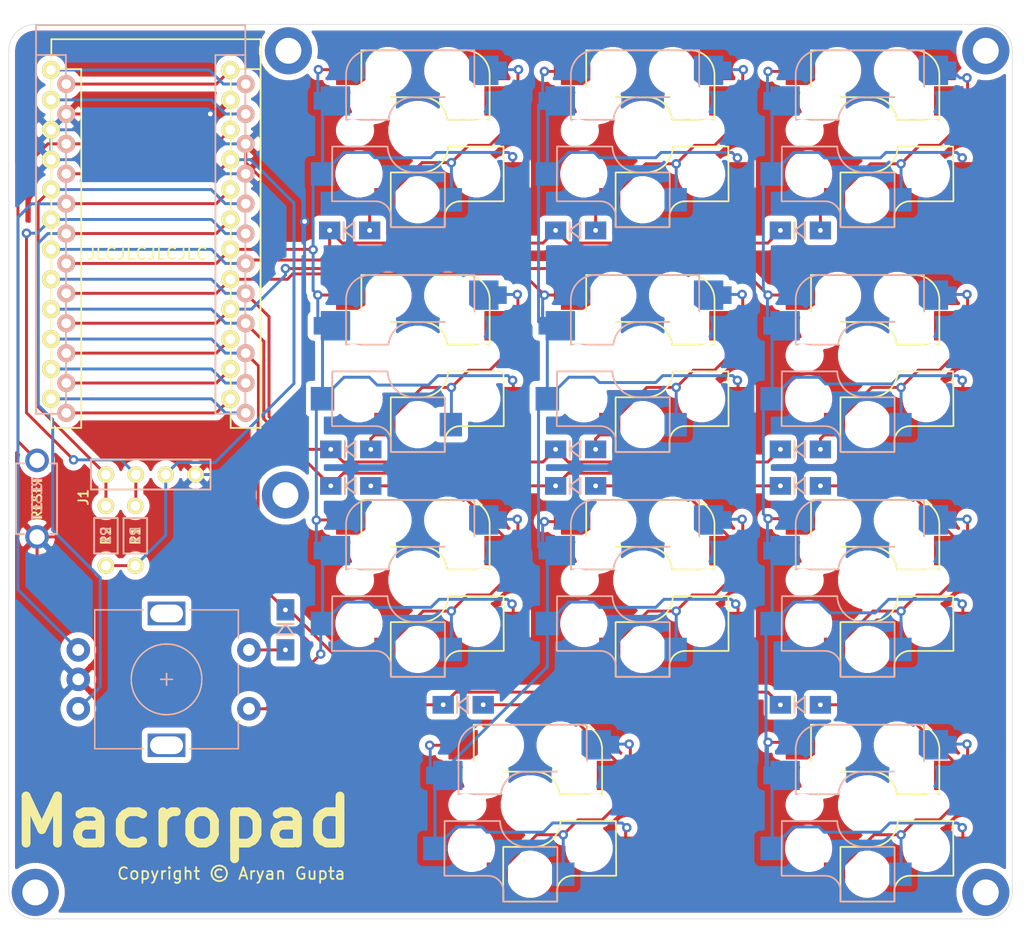
<source format=kicad_pcb>
(kicad_pcb (version 20171130) (host pcbnew 5.1.7)
  (layers (0 F.Cu signal) (31 B.Cu signal) (34 B.Paste user) (35 F.Paste user) (36 B.SilkS user) (37 F.SilkS user) (38 B.Mask user) (39 F.Mask user) (44 Edge.Cuts user))
  (net 0 "")
  (net 1 row0)
  (net 2 "Net-(D1-Pad2)")
  (net 3 row1)
  (net 4 "Net-(D2-Pad2)")
  (net 5 "Net-(D3-Pad2)")
  (net 6 row2)
  (net 7 SW_ENCB)
  (net 8 row3)
  (net 9 "Net-(D5-Pad2)")
  (net 10 "Net-(D6-Pad2)")
  (net 11 "Net-(D7-Pad2)")
  (net 12 "Net-(D8-Pad2)")
  (net 13 "Net-(D9-Pad2)")
  (net 14 "Net-(D10-Pad2)")
  (net 15 "Net-(D11-Pad2)")
  (net 16 "Net-(D12-Pad2)")
  (net 17 SDA)
  (net 18 SCL)
  (net 19 +5V)
  (net 20 GND)
  (net 21 RESET)
  (net 22 ENCA)
  (net 23 ENCB)
  (net 24 SW_ENCA)
  (net 25 col1)
  (net 26 col2)
  (net 27 "Net-(U2-Pad24)")
  (net 28 "Net-(U2-Pad15)")
  (net 29 "Net-(U2-Pad14)")
  (net 30 "Net-(U2-Pad13)")
  (net 31 "Net-(U2-Pad12)")
  (net 32 "Net-(U2-Pad11)")
  (net 33 "Net-(U2-Pad2)")
  (net 34 "Net-(U2-Pad1)")
  (module Macropad:OLED_4Pin (layer F.Cu) (at 87.75 96.5)
    (fp_text reference J1 (at -1.915 1.93 90) (layer F.SilkS) (effects (font (size 0.8128 0.8128))))
    (fp_text value OLED-Lily58-cache hide)
    (pad 1 thru_hole circle (at 0 0) (size 1.397 1.397) (drill 0.8128) (layers *.Cu *.Mask F.SilkS) (net 17 SDA))
    (pad 2 thru_hole circle (at 2.54 0) (size 1.397 1.397) (drill 0.8128) (layers *.Cu *.Mask F.SilkS) (net 18 SCL))
    (pad 3 thru_hole circle (at 5.08 0) (size 1.397 1.397) (drill 0.8128) (layers *.Cu *.Mask F.SilkS) (net 19 +5V))
    (pad 4 thru_hole circle (at 7.62 0) (size 1.397 1.397) (drill 0.8128) (layers *.Cu *.Mask F.SilkS) (net 20 GND))
  )
  (module Macropad:CherryMX_KailhLowProfile_Hotswap (layer F.Cu) (at 152.45 105.46)
    (fp_text reference SW11 hide)
    (fp_text value SW_PUSH hide)
    (pad 1 smd custom (at -7.2 -5.1) (size 0.7 1.5) (layers F.Cu F.Paste F.Mask) (net 26 col2) (options (clearance outline) (anchor rect)) (primitives (gr_poly (pts (xy 0.3 -1.2) (xy 0.3 1.2) (xy 2.1 1.2) (xy 2.7 0.8) (xy 2.7 -1.2)) (width 0.1))))
    (pad 2 smd custom (at 7.2 -5.1) (size 0.7 1.5) (layers B.Cu B.Paste B.Mask) (net 15 "Net-(D11-Pad2)") (options (clearance outline) (anchor rect)) (primitives (gr_poly (pts (xy -0.4 -1.2) (xy -2.8 -1.2) (xy -2.8 0.8) (xy -2.3 1.2) (xy -0.4 1.2)) (width 0.1))))
    (pad 1 smd custom (at -8.5 -2.5) (size 0.7 1.5) (layers B.Cu B.Paste B.Mask) (net 26 col2) (options (clearance outline) (anchor rect)) (primitives (gr_poly (pts (xy 0.3 -1.2) (xy 2.7 -1.2) (xy 2.7 1.2) (xy 0.3 1.2)) (width 0.1))))
    (pad 2 smd custom (at 8.5 -2.5) (size 0.7 1.5) (layers F.Cu F.Paste F.Mask) (net 15 "Net-(D11-Pad2)") (options (clearance outline) (anchor rect)) (primitives (gr_poly (pts (xy -2.8 -1.2) (xy -0.4 -1.2) (xy -0.4 1.2) (xy -2.8 1.2)) (width 0.1))))
    (pad "" np_thru_hole circle (at -3.81 -2.540001 180) (size 3 3) (drill 3) (layers *.Cu *.Mask))
    (pad "" np_thru_hole circle (at -5.08 0) (size 1.7 1.7) (drill 1.7) (layers *.Cu *.Mask))
    (pad "" np_thru_hole circle (at 5.08 0) (size 1.7 1.7) (drill 1.7) (layers *.Cu *.Mask))
    (pad "" np_thru_hole circle (at 5.5 0 90) (size 1.9 1.9) (drill 1.9) (layers *.Cu *.Mask))
    (pad "" np_thru_hole circle (at -5.5 0 90) (size 1.9 1.9) (drill 1.9) (layers *.Cu *.Mask))
    (pad "" np_thru_hole circle (at 0 0 90) (size 4 4) (drill 4) (layers *.Cu *.Mask))
    (pad "" np_thru_hole circle (at 2.54 -5.08 180) (size 3 3) (drill 3) (layers *.Cu *.Mask))
    (pad "" np_thru_hole circle (at 0 5.9 90) (size 3 3) (drill 3) (layers *.Cu *.Mask))
    (pad "" np_thru_hole circle (at -5 3.7 90) (size 3 3) (drill 3) (layers *.Cu *.Mask))
    (pad 2 smd rect (at 2.8 5.9 180) (size 1.9 2) (layers B.Cu B.Paste B.Mask) (net 15 "Net-(D11-Pad2)"))
    (pad 1 smd rect (at -8.1 3.7 180) (size 2 2) (layers B.Cu B.Paste B.Mask) (net 26 col2))
    (pad 1 smd rect (at 8.1 3.7 180) (size 2 2) (layers F.Cu F.Paste F.Mask) (net 26 col2))
    (pad 2 smd rect (at -2.8 5.9 180) (size 1.8 2) (layers F.Cu F.Paste F.Mask) (net 15 "Net-(D11-Pad2)"))
    (pad "" np_thru_hole circle (at 5 3.7 270) (size 3 3) (drill 3) (layers *.Cu *.Mask))
    (pad "" np_thru_hole circle (at -2.54 -5.08 180) (size 3 3) (drill 3) (layers *.Cu *.Mask))
    (pad "" np_thru_hole circle (at 3.81 -2.54 180) (size 3 3) (drill 3) (layers *.Cu *.Mask))
  )
  (module Macropad:TACT_SWITCH_TVBP06 (layer F.Cu) (at 81.9 98.55 90)
    (fp_text reference RSW1 hide)
    (fp_text value SW_RST hide)
    (fp_text user RESET (at 0 0 270) (layer F.SilkS) (effects (font (size 0.8 0.8))))
    (fp_text user RESET (at 0 0 90) (layer B.SilkS) (effects (font (size 0.8 0.8)) (justify mirror)))
    (pad 1 thru_hole circle (at -3.25 0 90) (size 2 2) (drill 1.3) (layers *.Cu *.Mask) (net 20 GND))
    (pad 2 thru_hole circle (at 3.25 0 90) (size 2 2) (drill 1.3) (layers *.Cu *.Mask) (net 21 RESET))
  )
  (module Macropad:M2_HOLE_PCB (layer F.Cu) (at 103 98.25)
    (fp_text reference U6 hide)
    (fp_text value H3)
    (pad "" thru_hole circle (at 0 0) (size 4 4) (drill 2.2) (layers *.Cu *.Mask Dwgs.User))
  )
  (module Macropad:Diode_SOD123 (layer F.Cu) (at 108.45 75.76)
    (fp_text reference D1 hide)
    (fp_text value Diode hide)
    (pad 1 thru_hole rect (at -1.7 0) (size 1.8 1.5) (drill 0.4) (layers *.Cu *.Mask) (net 1 row0))
    (pad 2 thru_hole rect (at 1.7 0) (size 1.8 1.5) (drill 0.4) (layers *.Cu *.Mask) (net 2 "Net-(D1-Pad2)"))
  )
  (module Macropad:Diode_SOD123 (layer F.Cu) (at 108.55 94.36)
    (fp_text reference D2 hide)
    (fp_text value Diode hide)
    (pad 1 thru_hole rect (at -1.7 0) (size 1.8 1.5) (drill 0.4) (layers *.Cu *.Mask) (net 3 row1))
    (pad 2 thru_hole rect (at 1.7 0) (size 1.8 1.5) (drill 0.4) (layers *.Cu *.Mask) (net 4 "Net-(D2-Pad2)"))
  )
  (module Macropad:Diode_SOD123 (layer F.Cu) (at 108.55 97.46)
    (fp_text reference D3 hide)
    (fp_text value Diode hide)
    (pad 2 thru_hole rect (at 1.7 0) (size 1.8 1.5) (drill 0.4) (layers *.Cu *.Mask) (net 5 "Net-(D3-Pad2)"))
    (pad 1 thru_hole rect (at -1.7 0) (size 1.8 1.5) (drill 0.4) (layers *.Cu *.Mask) (net 6 row2))
  )
  (module Macropad:Diode_SOD123 (layer F.Cu) (at 103 109.7 270)
    (fp_text reference D4 hide)
    (fp_text value Diode hide)
    (pad 2 thru_hole rect (at 1.7 0 270) (size 1.8 1.5) (drill 0.4) (layers *.Cu *.Mask) (net 7 SW_ENCB))
    (pad 1 thru_hole rect (at -1.7 0 270) (size 1.8 1.5) (drill 0.4) (layers *.Cu *.Mask) (net 8 row3))
  )
  (module Macropad:Diode_SOD123 (layer F.Cu) (at 127.65 75.76)
    (fp_text reference D5 hide)
    (fp_text value Diode hide)
    (pad 1 thru_hole rect (at -1.7 0) (size 1.8 1.5) (drill 0.4) (layers *.Cu *.Mask) (net 1 row0))
    (pad 2 thru_hole rect (at 1.7 0) (size 1.8 1.5) (drill 0.4) (layers *.Cu *.Mask) (net 9 "Net-(D5-Pad2)"))
  )
  (module Macropad:Diode_SOD123 (layer F.Cu) (at 127.65 94.36)
    (fp_text reference D6 hide)
    (fp_text value Diode hide)
    (pad 2 thru_hole rect (at 1.7 0) (size 1.8 1.5) (drill 0.4) (layers *.Cu *.Mask) (net 10 "Net-(D6-Pad2)"))
    (pad 1 thru_hole rect (at -1.7 0) (size 1.8 1.5) (drill 0.4) (layers *.Cu *.Mask) (net 3 row1))
  )
  (module Macropad:Diode_SOD123 (layer F.Cu) (at 127.65 97.46)
    (fp_text reference D7 hide)
    (fp_text value Diode hide)
    (pad 1 thru_hole rect (at -1.7 0) (size 1.8 1.5) (drill 0.4) (layers *.Cu *.Mask) (net 6 row2))
    (pad 2 thru_hole rect (at 1.7 0) (size 1.8 1.5) (drill 0.4) (layers *.Cu *.Mask) (net 11 "Net-(D7-Pad2)"))
  )
  (module Macropad:Diode_SOD123 (layer F.Cu) (at 118.1 116.06)
    (fp_text reference D8 hide)
    (fp_text value Diode hide)
    (pad 2 thru_hole rect (at 1.7 0) (size 1.8 1.5) (drill 0.4) (layers *.Cu *.Mask) (net 12 "Net-(D8-Pad2)"))
    (pad 1 thru_hole rect (at -1.7 0) (size 1.8 1.5) (drill 0.4) (layers *.Cu *.Mask) (net 8 row3))
  )
  (module Macropad:Diode_SOD123 (layer F.Cu) (at 146.75 75.76)
    (fp_text reference D9 hide)
    (fp_text value Diode hide)
    (pad 2 thru_hole rect (at 1.7 0) (size 1.8 1.5) (drill 0.4) (layers *.Cu *.Mask) (net 13 "Net-(D9-Pad2)"))
    (pad 1 thru_hole rect (at -1.7 0) (size 1.8 1.5) (drill 0.4) (layers *.Cu *.Mask) (net 1 row0))
  )
  (module Macropad:Diode_SOD123 (layer F.Cu) (at 146.75 94.36)
    (fp_text reference D10 hide)
    (fp_text value Diode hide)
    (pad 1 thru_hole rect (at -1.7 0) (size 1.8 1.5) (drill 0.4) (layers *.Cu *.Mask) (net 3 row1))
    (pad 2 thru_hole rect (at 1.7 0) (size 1.8 1.5) (drill 0.4) (layers *.Cu *.Mask) (net 14 "Net-(D10-Pad2)"))
  )
  (module Macropad:Diode_SOD123 (layer F.Cu) (at 146.75 97.46)
    (fp_text reference D11 hide)
    (fp_text value Diode hide)
    (pad 2 thru_hole rect (at 1.7 0) (size 1.8 1.5) (drill 0.4) (layers *.Cu *.Mask) (net 15 "Net-(D11-Pad2)"))
    (pad 1 thru_hole rect (at -1.7 0) (size 1.8 1.5) (drill 0.4) (layers *.Cu *.Mask) (net 6 row2))
  )
  (module Macropad:Diode_SOD123 (layer F.Cu) (at 146.75 116.06)
    (fp_text reference D12 hide)
    (fp_text value Diode hide)
    (pad 1 thru_hole rect (at -1.7 0) (size 1.8 1.5) (drill 0.4) (layers *.Cu *.Mask) (net 8 row3))
    (pad 2 thru_hole rect (at 1.7 0) (size 1.8 1.5) (drill 0.4) (layers *.Cu *.Mask) (net 16 "Net-(D12-Pad2)"))
  )
  (module Macropad:RESISTOR_mini (layer F.Cu) (at 90.25 101.7 90)
    (fp_text reference R1 (at 0 0 90) (layer F.SilkS) (effects (font (size 0.8 0.8))))
    (fp_text value R hide)
    (fp_text user R1 (at 0 0 90) (layer B.SilkS) (effects (font (size 0.8 0.8)) (justify mirror)))
    (pad 2 thru_hole circle (at 2.54 0 90) (size 1.397 1.397) (drill 0.8128) (layers *.Cu *.Mask F.SilkS) (net 18 SCL))
    (pad 1 thru_hole circle (at -2.54 0 90) (size 1.397 1.397) (drill 0.8128) (layers *.Cu *.Mask F.SilkS) (net 19 +5V))
  )
  (module Macropad:RESISTOR_mini (layer F.Cu) (at 87.75 101.7 90)
    (fp_text reference R2 (at 0 0 90) (layer F.SilkS) (effects (font (size 0.8 0.8))))
    (fp_text value R hide)
    (fp_text user R1 (at 0 0 90) (layer B.SilkS) (effects (font (size 0.8 0.8)) (justify mirror)))
    (pad 1 thru_hole circle (at -2.54 0 90) (size 1.397 1.397) (drill 0.8128) (layers *.Cu *.Mask F.SilkS) (net 19 +5V))
    (pad 2 thru_hole circle (at 2.54 0 90) (size 1.397 1.397) (drill 0.8128) (layers *.Cu *.Mask F.SilkS) (net 17 SDA))
  )
  (module Macropad:RotaryEncoder_Alps_EC11E-Switch_Vertical_H20mm-keebio_modified (layer F.Cu) (at 92.9 113.9)
    (fp_text reference SW1 hide)
    (fp_text value Rotary_Encoder_Switch)
    (pad A thru_hole circle (at -7.5 -2.5) (size 2 2) (drill 1) (layers *.Cu *.Mask) (net 22 ENCA))
    (pad C thru_hole circle (at -7.5 0) (size 2 2) (drill 1) (layers *.Cu *.Mask) (net 20 GND))
    (pad B thru_hole circle (at -7.5 2.5) (size 2 2) (drill 1) (layers *.Cu *.Mask) (net 23 ENCB))
    (pad MP thru_hole rect (at 0 -5.6) (size 3.2 2) (drill oval 2.8 1.5) (layers *.Cu *.Mask))
    (pad MP thru_hole rect (at 0 5.6) (size 3.2 2) (drill oval 2.8 1.5) (layers *.Cu *.Mask))
    (pad S2 thru_hole circle (at 7 -2.5) (size 2 2) (drill 1) (layers *.Cu *.Mask) (net 7 SW_ENCB))
    (pad S1 thru_hole circle (at 7 2.5) (size 2 2) (drill 1) (layers *.Cu *.Mask) (net 24 SW_ENCA))
  )
  (module Macropad:CherryMX_KailhLowProfile_Hotswap (layer F.Cu) (at 114.25 67.26)
    (fp_text reference SW2 hide)
    (fp_text value SW_PUSH hide)
    (pad 1 smd custom (at -7.2 -5.1) (size 0.7 1.5) (layers F.Cu F.Paste F.Mask) (net 24 SW_ENCA) (options (clearance outline) (anchor rect)) (primitives (gr_poly (pts (xy 0.3 -1.2) (xy 0.3 1.2) (xy 2.1 1.2) (xy 2.7 0.8) (xy 2.7 -1.2)) (width 0.1))))
    (pad 2 smd custom (at 7.2 -5.1) (size 0.7 1.5) (layers B.Cu B.Paste B.Mask) (net 2 "Net-(D1-Pad2)") (options (clearance outline) (anchor rect)) (primitives (gr_poly (pts (xy -0.4 -1.2) (xy -2.8 -1.2) (xy -2.8 0.8) (xy -2.3 1.2) (xy -0.4 1.2)) (width 0.1))))
    (pad 1 smd custom (at -8.5 -2.5) (size 0.7 1.5) (layers B.Cu B.Paste B.Mask) (net 24 SW_ENCA) (options (clearance outline) (anchor rect)) (primitives (gr_poly (pts (xy 0.3 -1.2) (xy 2.7 -1.2) (xy 2.7 1.2) (xy 0.3 1.2)) (width 0.1))))
    (pad 2 smd custom (at 8.5 -2.5) (size 0.7 1.5) (layers F.Cu F.Paste F.Mask) (net 2 "Net-(D1-Pad2)") (options (clearance outline) (anchor rect)) (primitives (gr_poly (pts (xy -2.8 -1.2) (xy -0.4 -1.2) (xy -0.4 1.2) (xy -2.8 1.2)) (width 0.1))))
    (pad "" np_thru_hole circle (at -3.81 -2.540001 180) (size 3 3) (drill 3) (layers *.Cu *.Mask))
    (pad "" np_thru_hole circle (at -5.08 0) (size 1.7 1.7) (drill 1.7) (layers *.Cu *.Mask))
    (pad "" np_thru_hole circle (at 5.08 0) (size 1.7 1.7) (drill 1.7) (layers *.Cu *.Mask))
    (pad "" np_thru_hole circle (at 5.5 0 90) (size 1.9 1.9) (drill 1.9) (layers *.Cu *.Mask))
    (pad "" np_thru_hole circle (at -5.5 0 90) (size 1.9 1.9) (drill 1.9) (layers *.Cu *.Mask))
    (pad "" np_thru_hole circle (at 0 0 90) (size 4 4) (drill 4) (layers *.Cu *.Mask))
    (pad "" np_thru_hole circle (at 2.54 -5.08 180) (size 3 3) (drill 3) (layers *.Cu *.Mask))
    (pad "" np_thru_hole circle (at 0 5.9 90) (size 3 3) (drill 3) (layers *.Cu *.Mask))
    (pad "" np_thru_hole circle (at -5 3.7 90) (size 3 3) (drill 3) (layers *.Cu *.Mask))
    (pad 2 smd rect (at 2.8 5.9 180) (size 1.9 2) (layers B.Cu B.Paste B.Mask) (net 2 "Net-(D1-Pad2)"))
    (pad 1 smd rect (at -8.1 3.7 180) (size 2 2) (layers B.Cu B.Paste B.Mask) (net 24 SW_ENCA))
    (pad 1 smd rect (at 8.1 3.7 180) (size 2 2) (layers F.Cu F.Paste F.Mask) (net 24 SW_ENCA))
    (pad 2 smd rect (at -2.8 5.9 180) (size 1.8 2) (layers F.Cu F.Paste F.Mask) (net 2 "Net-(D1-Pad2)"))
    (pad "" np_thru_hole circle (at 5 3.7 270) (size 3 3) (drill 3) (layers *.Cu *.Mask))
    (pad "" np_thru_hole circle (at -2.54 -5.08 180) (size 3 3) (drill 3) (layers *.Cu *.Mask))
    (pad "" np_thru_hole circle (at 3.81 -2.54 180) (size 3 3) (drill 3) (layers *.Cu *.Mask))
  )
  (module Macropad:CherryMX_KailhLowProfile_Hotswap (layer F.Cu) (at 114.25 86.36)
    (fp_text reference SW3 hide)
    (fp_text value SW_PUSH hide)
    (pad "" np_thru_hole circle (at 3.81 -2.54 180) (size 3 3) (drill 3) (layers *.Cu *.Mask))
    (pad "" np_thru_hole circle (at -2.54 -5.08 180) (size 3 3) (drill 3) (layers *.Cu *.Mask))
    (pad "" np_thru_hole circle (at 5 3.7 270) (size 3 3) (drill 3) (layers *.Cu *.Mask))
    (pad 2 smd rect (at -2.8 5.9 180) (size 1.8 2) (layers F.Cu F.Paste F.Mask) (net 4 "Net-(D2-Pad2)"))
    (pad 1 smd rect (at 8.1 3.7 180) (size 2 2) (layers F.Cu F.Paste F.Mask) (net 24 SW_ENCA))
    (pad 1 smd rect (at -8.1 3.7 180) (size 2 2) (layers B.Cu B.Paste B.Mask) (net 24 SW_ENCA))
    (pad 2 smd rect (at 2.8 5.9 180) (size 1.9 2) (layers B.Cu B.Paste B.Mask) (net 4 "Net-(D2-Pad2)"))
    (pad "" np_thru_hole circle (at -5 3.7 90) (size 3 3) (drill 3) (layers *.Cu *.Mask))
    (pad "" np_thru_hole circle (at 0 5.9 90) (size 3 3) (drill 3) (layers *.Cu *.Mask))
    (pad "" np_thru_hole circle (at 2.54 -5.08 180) (size 3 3) (drill 3) (layers *.Cu *.Mask))
    (pad "" np_thru_hole circle (at 0 0 90) (size 4 4) (drill 4) (layers *.Cu *.Mask))
    (pad "" np_thru_hole circle (at -5.5 0 90) (size 1.9 1.9) (drill 1.9) (layers *.Cu *.Mask))
    (pad "" np_thru_hole circle (at 5.5 0 90) (size 1.9 1.9) (drill 1.9) (layers *.Cu *.Mask))
    (pad "" np_thru_hole circle (at 5.08 0) (size 1.7 1.7) (drill 1.7) (layers *.Cu *.Mask))
    (pad "" np_thru_hole circle (at -5.08 0) (size 1.7 1.7) (drill 1.7) (layers *.Cu *.Mask))
    (pad "" np_thru_hole circle (at -3.81 -2.540001 180) (size 3 3) (drill 3) (layers *.Cu *.Mask))
    (pad 2 smd custom (at 8.5 -2.5) (size 0.7 1.5) (layers F.Cu F.Paste F.Mask) (net 4 "Net-(D2-Pad2)") (options (clearance outline) (anchor rect)) (primitives (gr_poly (pts (xy -2.8 -1.2) (xy -0.4 -1.2) (xy -0.4 1.2) (xy -2.8 1.2)) (width 0.1))))
    (pad 1 smd custom (at -8.5 -2.5) (size 0.7 1.5) (layers B.Cu B.Paste B.Mask) (net 24 SW_ENCA) (options (clearance outline) (anchor rect)) (primitives (gr_poly (pts (xy 0.3 -1.2) (xy 2.7 -1.2) (xy 2.7 1.2) (xy 0.3 1.2)) (width 0.1))))
    (pad 2 smd custom (at 7.2 -5.1) (size 0.7 1.5) (layers B.Cu B.Paste B.Mask) (net 4 "Net-(D2-Pad2)") (options (clearance outline) (anchor rect)) (primitives (gr_poly (pts (xy -0.4 -1.2) (xy -2.8 -1.2) (xy -2.8 0.8) (xy -2.3 1.2) (xy -0.4 1.2)) (width 0.1))))
    (pad 1 smd custom (at -7.2 -5.1) (size 0.7 1.5) (layers F.Cu F.Paste F.Mask) (net 24 SW_ENCA) (options (clearance outline) (anchor rect)) (primitives (gr_poly (pts (xy 0.3 -1.2) (xy 0.3 1.2) (xy 2.1 1.2) (xy 2.7 0.8) (xy 2.7 -1.2)) (width 0.1))))
  )
  (module Macropad:CherryMX_KailhLowProfile_Hotswap (layer F.Cu) (at 114.25 105.46)
    (fp_text reference SW4 hide)
    (fp_text value SW_PUSH hide)
    (pad 1 smd custom (at -7.2 -5.1) (size 0.7 1.5) (layers F.Cu F.Paste F.Mask) (net 24 SW_ENCA) (options (clearance outline) (anchor rect)) (primitives (gr_poly (pts (xy 0.3 -1.2) (xy 0.3 1.2) (xy 2.1 1.2) (xy 2.7 0.8) (xy 2.7 -1.2)) (width 0.1))))
    (pad 2 smd custom (at 7.2 -5.1) (size 0.7 1.5) (layers B.Cu B.Paste B.Mask) (net 5 "Net-(D3-Pad2)") (options (clearance outline) (anchor rect)) (primitives (gr_poly (pts (xy -0.4 -1.2) (xy -2.8 -1.2) (xy -2.8 0.8) (xy -2.3 1.2) (xy -0.4 1.2)) (width 0.1))))
    (pad 1 smd custom (at -8.5 -2.5) (size 0.7 1.5) (layers B.Cu B.Paste B.Mask) (net 24 SW_ENCA) (options (clearance outline) (anchor rect)) (primitives (gr_poly (pts (xy 0.3 -1.2) (xy 2.7 -1.2) (xy 2.7 1.2) (xy 0.3 1.2)) (width 0.1))))
    (pad 2 smd custom (at 8.5 -2.5) (size 0.7 1.5) (layers F.Cu F.Paste F.Mask) (net 5 "Net-(D3-Pad2)") (options (clearance outline) (anchor rect)) (primitives (gr_poly (pts (xy -2.8 -1.2) (xy -0.4 -1.2) (xy -0.4 1.2) (xy -2.8 1.2)) (width 0.1))))
    (pad "" np_thru_hole circle (at -3.81 -2.540001 180) (size 3 3) (drill 3) (layers *.Cu *.Mask))
    (pad "" np_thru_hole circle (at -5.08 0) (size 1.7 1.7) (drill 1.7) (layers *.Cu *.Mask))
    (pad "" np_thru_hole circle (at 5.08 0) (size 1.7 1.7) (drill 1.7) (layers *.Cu *.Mask))
    (pad "" np_thru_hole circle (at 5.5 0 90) (size 1.9 1.9) (drill 1.9) (layers *.Cu *.Mask))
    (pad "" np_thru_hole circle (at -5.5 0 90) (size 1.9 1.9) (drill 1.9) (layers *.Cu *.Mask))
    (pad "" np_thru_hole circle (at 0 0 90) (size 4 4) (drill 4) (layers *.Cu *.Mask))
    (pad "" np_thru_hole circle (at 2.54 -5.08 180) (size 3 3) (drill 3) (layers *.Cu *.Mask))
    (pad "" np_thru_hole circle (at 0 5.9 90) (size 3 3) (drill 3) (layers *.Cu *.Mask))
    (pad "" np_thru_hole circle (at -5 3.7 90) (size 3 3) (drill 3) (layers *.Cu *.Mask))
    (pad 2 smd rect (at 2.8 5.9 180) (size 1.9 2) (layers B.Cu B.Paste B.Mask) (net 5 "Net-(D3-Pad2)"))
    (pad 1 smd rect (at -8.1 3.7 180) (size 2 2) (layers B.Cu B.Paste B.Mask) (net 24 SW_ENCA))
    (pad 1 smd rect (at 8.1 3.7 180) (size 2 2) (layers F.Cu F.Paste F.Mask) (net 24 SW_ENCA))
    (pad 2 smd rect (at -2.8 5.9 180) (size 1.8 2) (layers F.Cu F.Paste F.Mask) (net 5 "Net-(D3-Pad2)"))
    (pad "" np_thru_hole circle (at 5 3.7 270) (size 3 3) (drill 3) (layers *.Cu *.Mask))
    (pad "" np_thru_hole circle (at -2.54 -5.08 180) (size 3 3) (drill 3) (layers *.Cu *.Mask))
    (pad "" np_thru_hole circle (at 3.81 -2.54 180) (size 3 3) (drill 3) (layers *.Cu *.Mask))
  )
  (module Macropad:CherryMX_KailhLowProfile_Hotswap (layer F.Cu) (at 133.35 67.26)
    (fp_text reference SW5 hide)
    (fp_text value SW_PUSH hide)
    (pad "" np_thru_hole circle (at 3.81 -2.54 180) (size 3 3) (drill 3) (layers *.Cu *.Mask))
    (pad "" np_thru_hole circle (at -2.54 -5.08 180) (size 3 3) (drill 3) (layers *.Cu *.Mask))
    (pad "" np_thru_hole circle (at 5 3.7 270) (size 3 3) (drill 3) (layers *.Cu *.Mask))
    (pad 2 smd rect (at -2.8 5.9 180) (size 1.8 2) (layers F.Cu F.Paste F.Mask) (net 9 "Net-(D5-Pad2)"))
    (pad 1 smd rect (at 8.1 3.7 180) (size 2 2) (layers F.Cu F.Paste F.Mask) (net 25 col1))
    (pad 1 smd rect (at -8.1 3.7 180) (size 2 2) (layers B.Cu B.Paste B.Mask) (net 25 col1))
    (pad 2 smd rect (at 2.8 5.9 180) (size 1.9 2) (layers B.Cu B.Paste B.Mask) (net 9 "Net-(D5-Pad2)"))
    (pad "" np_thru_hole circle (at -5 3.7 90) (size 3 3) (drill 3) (layers *.Cu *.Mask))
    (pad "" np_thru_hole circle (at 0 5.9 90) (size 3 3) (drill 3) (layers *.Cu *.Mask))
    (pad "" np_thru_hole circle (at 2.54 -5.08 180) (size 3 3) (drill 3) (layers *.Cu *.Mask))
    (pad "" np_thru_hole circle (at 0 0 90) (size 4 4) (drill 4) (layers *.Cu *.Mask))
    (pad "" np_thru_hole circle (at -5.5 0 90) (size 1.9 1.9) (drill 1.9) (layers *.Cu *.Mask))
    (pad "" np_thru_hole circle (at 5.5 0 90) (size 1.9 1.9) (drill 1.9) (layers *.Cu *.Mask))
    (pad "" np_thru_hole circle (at 5.08 0) (size 1.7 1.7) (drill 1.7) (layers *.Cu *.Mask))
    (pad "" np_thru_hole circle (at -5.08 0) (size 1.7 1.7) (drill 1.7) (layers *.Cu *.Mask))
    (pad "" np_thru_hole circle (at -3.81 -2.540001 180) (size 3 3) (drill 3) (layers *.Cu *.Mask))
    (pad 2 smd custom (at 8.5 -2.5) (size 0.7 1.5) (layers F.Cu F.Paste F.Mask) (net 9 "Net-(D5-Pad2)") (options (clearance outline) (anchor rect)) (primitives (gr_poly (pts (xy -2.8 -1.2) (xy -0.4 -1.2) (xy -0.4 1.2) (xy -2.8 1.2)) (width 0.1))))
    (pad 1 smd custom (at -8.5 -2.5) (size 0.7 1.5) (layers B.Cu B.Paste B.Mask) (net 25 col1) (options (clearance outline) (anchor rect)) (primitives (gr_poly (pts (xy 0.3 -1.2) (xy 2.7 -1.2) (xy 2.7 1.2) (xy 0.3 1.2)) (width 0.1))))
    (pad 2 smd custom (at 7.2 -5.1) (size 0.7 1.5) (layers B.Cu B.Paste B.Mask) (net 9 "Net-(D5-Pad2)") (options (clearance outline) (anchor rect)) (primitives (gr_poly (pts (xy -0.4 -1.2) (xy -2.8 -1.2) (xy -2.8 0.8) (xy -2.3 1.2) (xy -0.4 1.2)) (width 0.1))))
    (pad 1 smd custom (at -7.2 -5.1) (size 0.7 1.5) (layers F.Cu F.Paste F.Mask) (net 25 col1) (options (clearance outline) (anchor rect)) (primitives (gr_poly (pts (xy 0.3 -1.2) (xy 0.3 1.2) (xy 2.1 1.2) (xy 2.7 0.8) (xy 2.7 -1.2)) (width 0.1))))
  )
  (module Macropad:CherryMX_KailhLowProfile_Hotswap (layer F.Cu) (at 133.35 86.36)
    (fp_text reference SW6 hide)
    (fp_text value SW_PUSH hide)
    (pad 1 smd custom (at -7.2 -5.1) (size 0.7 1.5) (layers F.Cu F.Paste F.Mask) (net 25 col1) (options (clearance outline) (anchor rect)) (primitives (gr_poly (pts (xy 0.3 -1.2) (xy 0.3 1.2) (xy 2.1 1.2) (xy 2.7 0.8) (xy 2.7 -1.2)) (width 0.1))))
    (pad 2 smd custom (at 7.2 -5.1) (size 0.7 1.5) (layers B.Cu B.Paste B.Mask) (net 10 "Net-(D6-Pad2)") (options (clearance outline) (anchor rect)) (primitives (gr_poly (pts (xy -0.4 -1.2) (xy -2.8 -1.2) (xy -2.8 0.8) (xy -2.3 1.2) (xy -0.4 1.2)) (width 0.1))))
    (pad 1 smd custom (at -8.5 -2.5) (size 0.7 1.5) (layers B.Cu B.Paste B.Mask) (net 25 col1) (options (clearance outline) (anchor rect)) (primitives (gr_poly (pts (xy 0.3 -1.2) (xy 2.7 -1.2) (xy 2.7 1.2) (xy 0.3 1.2)) (width 0.1))))
    (pad 2 smd custom (at 8.5 -2.5) (size 0.7 1.5) (layers F.Cu F.Paste F.Mask) (net 10 "Net-(D6-Pad2)") (options (clearance outline) (anchor rect)) (primitives (gr_poly (pts (xy -2.8 -1.2) (xy -0.4 -1.2) (xy -0.4 1.2) (xy -2.8 1.2)) (width 0.1))))
    (pad "" np_thru_hole circle (at -3.81 -2.540001 180) (size 3 3) (drill 3) (layers *.Cu *.Mask))
    (pad "" np_thru_hole circle (at -5.08 0) (size 1.7 1.7) (drill 1.7) (layers *.Cu *.Mask))
    (pad "" np_thru_hole circle (at 5.08 0) (size 1.7 1.7) (drill 1.7) (layers *.Cu *.Mask))
    (pad "" np_thru_hole circle (at 5.5 0 90) (size 1.9 1.9) (drill 1.9) (layers *.Cu *.Mask))
    (pad "" np_thru_hole circle (at -5.5 0 90) (size 1.9 1.9) (drill 1.9) (layers *.Cu *.Mask))
    (pad "" np_thru_hole circle (at 0 0 90) (size 4 4) (drill 4) (layers *.Cu *.Mask))
    (pad "" np_thru_hole circle (at 2.54 -5.08 180) (size 3 3) (drill 3) (layers *.Cu *.Mask))
    (pad "" np_thru_hole circle (at 0 5.9 90) (size 3 3) (drill 3) (layers *.Cu *.Mask))
    (pad "" np_thru_hole circle (at -5 3.7 90) (size 3 3) (drill 3) (layers *.Cu *.Mask))
    (pad 2 smd rect (at 2.8 5.9 180) (size 1.9 2) (layers B.Cu B.Paste B.Mask) (net 10 "Net-(D6-Pad2)"))
    (pad 1 smd rect (at -8.1 3.7 180) (size 2 2) (layers B.Cu B.Paste B.Mask) (net 25 col1))
    (pad 1 smd rect (at 8.1 3.7 180) (size 2 2) (layers F.Cu F.Paste F.Mask) (net 25 col1))
    (pad 2 smd rect (at -2.8 5.9 180) (size 1.8 2) (layers F.Cu F.Paste F.Mask) (net 10 "Net-(D6-Pad2)"))
    (pad "" np_thru_hole circle (at 5 3.7 270) (size 3 3) (drill 3) (layers *.Cu *.Mask))
    (pad "" np_thru_hole circle (at -2.54 -5.08 180) (size 3 3) (drill 3) (layers *.Cu *.Mask))
    (pad "" np_thru_hole circle (at 3.81 -2.54 180) (size 3 3) (drill 3) (layers *.Cu *.Mask))
  )
  (module Macropad:CherryMX_KailhLowProfile_Hotswap (layer F.Cu) (at 133.35 105.46)
    (fp_text reference SW7 hide)
    (fp_text value SW_PUSH hide)
    (pad "" np_thru_hole circle (at 3.81 -2.54 180) (size 3 3) (drill 3) (layers *.Cu *.Mask))
    (pad "" np_thru_hole circle (at -2.54 -5.08 180) (size 3 3) (drill 3) (layers *.Cu *.Mask))
    (pad "" np_thru_hole circle (at 5 3.7 270) (size 3 3) (drill 3) (layers *.Cu *.Mask))
    (pad 2 smd rect (at -2.8 5.9 180) (size 1.8 2) (layers F.Cu F.Paste F.Mask) (net 11 "Net-(D7-Pad2)"))
    (pad 1 smd rect (at 8.1 3.7 180) (size 2 2) (layers F.Cu F.Paste F.Mask) (net 25 col1))
    (pad 1 smd rect (at -8.1 3.7 180) (size 2 2) (layers B.Cu B.Paste B.Mask) (net 25 col1))
    (pad 2 smd rect (at 2.8 5.9 180) (size 1.9 2) (layers B.Cu B.Paste B.Mask) (net 11 "Net-(D7-Pad2)"))
    (pad "" np_thru_hole circle (at -5 3.7 90) (size 3 3) (drill 3) (layers *.Cu *.Mask))
    (pad "" np_thru_hole circle (at 0 5.9 90) (size 3 3) (drill 3) (layers *.Cu *.Mask))
    (pad "" np_thru_hole circle (at 2.54 -5.08 180) (size 3 3) (drill 3) (layers *.Cu *.Mask))
    (pad "" np_thru_hole circle (at 0 0 90) (size 4 4) (drill 4) (layers *.Cu *.Mask))
    (pad "" np_thru_hole circle (at -5.5 0 90) (size 1.9 1.9) (drill 1.9) (layers *.Cu *.Mask))
    (pad "" np_thru_hole circle (at 5.5 0 90) (size 1.9 1.9) (drill 1.9) (layers *.Cu *.Mask))
    (pad "" np_thru_hole circle (at 5.08 0) (size 1.7 1.7) (drill 1.7) (layers *.Cu *.Mask))
    (pad "" np_thru_hole circle (at -5.08 0) (size 1.7 1.7) (drill 1.7) (layers *.Cu *.Mask))
    (pad "" np_thru_hole circle (at -3.81 -2.540001 180) (size 3 3) (drill 3) (layers *.Cu *.Mask))
    (pad 2 smd custom (at 8.5 -2.5) (size 0.7 1.5) (layers F.Cu F.Paste F.Mask) (net 11 "Net-(D7-Pad2)") (options (clearance outline) (anchor rect)) (primitives (gr_poly (pts (xy -2.8 -1.2) (xy -0.4 -1.2) (xy -0.4 1.2) (xy -2.8 1.2)) (width 0.1))))
    (pad 1 smd custom (at -8.5 -2.5) (size 0.7 1.5) (layers B.Cu B.Paste B.Mask) (net 25 col1) (options (clearance outline) (anchor rect)) (primitives (gr_poly (pts (xy 0.3 -1.2) (xy 2.7 -1.2) (xy 2.7 1.2) (xy 0.3 1.2)) (width 0.1))))
    (pad 2 smd custom (at 7.2 -5.1) (size 0.7 1.5) (layers B.Cu B.Paste B.Mask) (net 11 "Net-(D7-Pad2)") (options (clearance outline) (anchor rect)) (primitives (gr_poly (pts (xy -0.4 -1.2) (xy -2.8 -1.2) (xy -2.8 0.8) (xy -2.3 1.2) (xy -0.4 1.2)) (width 0.1))))
    (pad 1 smd custom (at -7.2 -5.1) (size 0.7 1.5) (layers F.Cu F.Paste F.Mask) (net 25 col1) (options (clearance outline) (anchor rect)) (primitives (gr_poly (pts (xy 0.3 -1.2) (xy 0.3 1.2) (xy 2.1 1.2) (xy 2.7 0.8) (xy 2.7 -1.2)) (width 0.1))))
  )
  (module Macropad:CherryMX_KailhLowProfile_Hotswap_1.5 (layer F.Cu) (at 123.8 124.56)
    (fp_text reference SW8 hide)
    (fp_text value SW_PUSH hide)
    (pad "" np_thru_hole circle (at 3.81 -2.54 180) (size 3 3) (drill 3) (layers *.Cu *.Mask))
    (pad "" np_thru_hole circle (at -2.54 -5.08 180) (size 3 3) (drill 3) (layers *.Cu *.Mask))
    (pad "" np_thru_hole circle (at 5 3.7 270) (size 3 3) (drill 3) (layers *.Cu *.Mask))
    (pad 2 smd rect (at -2.8 5.9 180) (size 1.8 2) (layers F.Cu F.Paste F.Mask) (net 12 "Net-(D8-Pad2)"))
    (pad 1 smd rect (at 8.1 3.7 180) (size 2 2) (layers F.Cu F.Paste F.Mask) (net 25 col1))
    (pad 1 smd rect (at -8.1 3.7 180) (size 2 2) (layers B.Cu B.Paste B.Mask) (net 25 col1))
    (pad 2 smd rect (at 2.8 5.9 180) (size 1.9 2) (layers B.Cu B.Paste B.Mask) (net 12 "Net-(D8-Pad2)"))
    (pad "" np_thru_hole circle (at -5 3.7 90) (size 3 3) (drill 3) (layers *.Cu *.Mask))
    (pad "" np_thru_hole circle (at 0 5.9 90) (size 3 3) (drill 3) (layers *.Cu *.Mask))
    (pad "" np_thru_hole circle (at 2.54 -5.08 180) (size 3 3) (drill 3) (layers *.Cu *.Mask))
    (pad "" np_thru_hole circle (at 0 0 90) (size 4 4) (drill 4) (layers *.Cu *.Mask))
    (pad "" np_thru_hole circle (at -5.5 0 90) (size 1.9 1.9) (drill 1.9) (layers *.Cu *.Mask))
    (pad "" np_thru_hole circle (at 5.5 0 90) (size 1.9 1.9) (drill 1.9) (layers *.Cu *.Mask))
    (pad "" np_thru_hole circle (at 5.08 0) (size 1.7 1.7) (drill 1.7) (layers *.Cu *.Mask))
    (pad "" np_thru_hole circle (at -5.08 0) (size 1.7 1.7) (drill 1.7) (layers *.Cu *.Mask))
    (pad "" np_thru_hole circle (at -3.81 -2.540001 180) (size 3 3) (drill 3) (layers *.Cu *.Mask))
    (pad 2 smd custom (at 8.5 -2.5) (size 0.7 1.5) (layers F.Cu F.Paste F.Mask) (net 12 "Net-(D8-Pad2)") (options (clearance outline) (anchor rect)) (primitives (gr_poly (pts (xy -2.8 -1.2) (xy -0.4 -1.2) (xy -0.4 1.2) (xy -2.8 1.2)) (width 0.1))))
    (pad 1 smd custom (at -8.5 -2.5) (size 0.7 1.5) (layers B.Cu B.Paste B.Mask) (net 25 col1) (options (clearance outline) (anchor rect)) (primitives (gr_poly (pts (xy 0.3 -1.2) (xy 2.7 -1.2) (xy 2.7 1.2) (xy 0.3 1.2)) (width 0.1))))
    (pad 2 smd custom (at 7.2 -5.1) (size 0.7 1.5) (layers B.Cu B.Paste B.Mask) (net 12 "Net-(D8-Pad2)") (options (clearance outline) (anchor rect)) (primitives (gr_poly (pts (xy -0.4 -1.2) (xy -2.8 -1.2) (xy -2.8 0.8) (xy -2.3 1.2) (xy -0.4 1.2)) (width 0.1))))
    (pad 1 smd custom (at -7.2 -5.1) (size 0.7 1.5) (layers F.Cu F.Paste F.Mask) (net 25 col1) (options (clearance outline) (anchor rect)) (primitives (gr_poly (pts (xy 0.3 -1.2) (xy 0.3 1.2) (xy 2.1 1.2) (xy 2.7 0.8) (xy 2.7 -1.2)) (width 0.1))))
  )
  (module Macropad:CherryMX_KailhLowProfile_Hotswap (layer F.Cu) (at 152.45 67.26)
    (fp_text reference SW9 hide)
    (fp_text value SW_PUSH hide)
    (pad 1 smd custom (at -7.2 -5.1) (size 0.7 1.5) (layers F.Cu F.Paste F.Mask) (net 26 col2) (options (clearance outline) (anchor rect)) (primitives (gr_poly (pts (xy 0.3 -1.2) (xy 0.3 1.2) (xy 2.1 1.2) (xy 2.7 0.8) (xy 2.7 -1.2)) (width 0.1))))
    (pad 2 smd custom (at 7.2 -5.1) (size 0.7 1.5) (layers B.Cu B.Paste B.Mask) (net 13 "Net-(D9-Pad2)") (options (clearance outline) (anchor rect)) (primitives (gr_poly (pts (xy -0.4 -1.2) (xy -2.8 -1.2) (xy -2.8 0.8) (xy -2.3 1.2) (xy -0.4 1.2)) (width 0.1))))
    (pad 1 smd custom (at -8.5 -2.5) (size 0.7 1.5) (layers B.Cu B.Paste B.Mask) (net 26 col2) (options (clearance outline) (anchor rect)) (primitives (gr_poly (pts (xy 0.3 -1.2) (xy 2.7 -1.2) (xy 2.7 1.2) (xy 0.3 1.2)) (width 0.1))))
    (pad 2 smd custom (at 8.5 -2.5) (size 0.7 1.5) (layers F.Cu F.Paste F.Mask) (net 13 "Net-(D9-Pad2)") (options (clearance outline) (anchor rect)) (primitives (gr_poly (pts (xy -2.8 -1.2) (xy -0.4 -1.2) (xy -0.4 1.2) (xy -2.8 1.2)) (width 0.1))))
    (pad "" np_thru_hole circle (at -3.81 -2.540001 180) (size 3 3) (drill 3) (layers *.Cu *.Mask))
    (pad "" np_thru_hole circle (at -5.08 0) (size 1.7 1.7) (drill 1.7) (layers *.Cu *.Mask))
    (pad "" np_thru_hole circle (at 5.08 0) (size 1.7 1.7) (drill 1.7) (layers *.Cu *.Mask))
    (pad "" np_thru_hole circle (at 5.5 0 90) (size 1.9 1.9) (drill 1.9) (layers *.Cu *.Mask))
    (pad "" np_thru_hole circle (at -5.5 0 90) (size 1.9 1.9) (drill 1.9) (layers *.Cu *.Mask))
    (pad "" np_thru_hole circle (at 0 0 90) (size 4 4) (drill 4) (layers *.Cu *.Mask))
    (pad "" np_thru_hole circle (at 2.54 -5.08 180) (size 3 3) (drill 3) (layers *.Cu *.Mask))
    (pad "" np_thru_hole circle (at 0 5.9 90) (size 3 3) (drill 3) (layers *.Cu *.Mask))
    (pad "" np_thru_hole circle (at -5 3.7 90) (size 3 3) (drill 3) (layers *.Cu *.Mask))
    (pad 2 smd rect (at 2.8 5.9 180) (size 1.9 2) (layers B.Cu B.Paste B.Mask) (net 13 "Net-(D9-Pad2)"))
    (pad 1 smd rect (at -8.1 3.7 180) (size 2 2) (layers B.Cu B.Paste B.Mask) (net 26 col2))
    (pad 1 smd rect (at 8.1 3.7 180) (size 2 2) (layers F.Cu F.Paste F.Mask) (net 26 col2))
    (pad 2 smd rect (at -2.8 5.9 180) (size 1.8 2) (layers F.Cu F.Paste F.Mask) (net 13 "Net-(D9-Pad2)"))
    (pad "" np_thru_hole circle (at 5 3.7 270) (size 3 3) (drill 3) (layers *.Cu *.Mask))
    (pad "" np_thru_hole circle (at -2.54 -5.08 180) (size 3 3) (drill 3) (layers *.Cu *.Mask))
    (pad "" np_thru_hole circle (at 3.81 -2.54 180) (size 3 3) (drill 3) (layers *.Cu *.Mask))
  )
  (module Macropad:CherryMX_KailhLowProfile_Hotswap (layer F.Cu) (at 152.45 86.36)
    (fp_text reference SW10 hide)
    (fp_text value SW_PUSH hide)
    (pad "" np_thru_hole circle (at 3.81 -2.54 180) (size 3 3) (drill 3) (layers *.Cu *.Mask))
    (pad "" np_thru_hole circle (at -2.54 -5.08 180) (size 3 3) (drill 3) (layers *.Cu *.Mask))
    (pad "" np_thru_hole circle (at 5 3.7 270) (size 3 3) (drill 3) (layers *.Cu *.Mask))
    (pad 2 smd rect (at -2.8 5.9 180) (size 1.8 2) (layers F.Cu F.Paste F.Mask) (net 14 "Net-(D10-Pad2)"))
    (pad 1 smd rect (at 8.1 3.7 180) (size 2 2) (layers F.Cu F.Paste F.Mask) (net 26 col2))
    (pad 1 smd rect (at -8.1 3.7 180) (size 2 2) (layers B.Cu B.Paste B.Mask) (net 26 col2))
    (pad 2 smd rect (at 2.8 5.9 180) (size 1.9 2) (layers B.Cu B.Paste B.Mask) (net 14 "Net-(D10-Pad2)"))
    (pad "" np_thru_hole circle (at -5 3.7 90) (size 3 3) (drill 3) (layers *.Cu *.Mask))
    (pad "" np_thru_hole circle (at 0 5.9 90) (size 3 3) (drill 3) (layers *.Cu *.Mask))
    (pad "" np_thru_hole circle (at 2.54 -5.08 180) (size 3 3) (drill 3) (layers *.Cu *.Mask))
    (pad "" np_thru_hole circle (at 0 0 90) (size 4 4) (drill 4) (layers *.Cu *.Mask))
    (pad "" np_thru_hole circle (at -5.5 0 90) (size 1.9 1.9) (drill 1.9) (layers *.Cu *.Mask))
    (pad "" np_thru_hole circle (at 5.5 0 90) (size 1.9 1.9) (drill 1.9) (layers *.Cu *.Mask))
    (pad "" np_thru_hole circle (at 5.08 0) (size 1.7 1.7) (drill 1.7) (layers *.Cu *.Mask))
    (pad "" np_thru_hole circle (at -5.08 0) (size 1.7 1.7) (drill 1.7) (layers *.Cu *.Mask))
    (pad "" np_thru_hole circle (at -3.81 -2.540001 180) (size 3 3) (drill 3) (layers *.Cu *.Mask))
    (pad 2 smd custom (at 8.5 -2.5) (size 0.7 1.5) (layers F.Cu F.Paste F.Mask) (net 14 "Net-(D10-Pad2)") (options (clearance outline) (anchor rect)) (primitives (gr_poly (pts (xy -2.8 -1.2) (xy -0.4 -1.2) (xy -0.4 1.2) (xy -2.8 1.2)) (width 0.1))))
    (pad 1 smd custom (at -8.5 -2.5) (size 0.7 1.5) (layers B.Cu B.Paste B.Mask) (net 26 col2) (options (clearance outline) (anchor rect)) (primitives (gr_poly (pts (xy 0.3 -1.2) (xy 2.7 -1.2) (xy 2.7 1.2) (xy 0.3 1.2)) (width 0.1))))
    (pad 2 smd custom (at 7.2 -5.1) (size 0.7 1.5) (layers B.Cu B.Paste B.Mask) (net 14 "Net-(D10-Pad2)") (options (clearance outline) (anchor rect)) (primitives (gr_poly (pts (xy -0.4 -1.2) (xy -2.8 -1.2) (xy -2.8 0.8) (xy -2.3 1.2) (xy -0.4 1.2)) (width 0.1))))
    (pad 1 smd custom (at -7.2 -5.1) (size 0.7 1.5) (layers F.Cu F.Paste F.Mask) (net 26 col2) (options (clearance outline) (anchor rect)) (primitives (gr_poly (pts (xy 0.3 -1.2) (xy 0.3 1.2) (xy 2.1 1.2) (xy 2.7 0.8) (xy 2.7 -1.2)) (width 0.1))))
  )
  (module Macropad:CherryMX_KailhLowProfile_Hotswap (layer F.Cu) (at 152.45 124.56)
    (fp_text reference SW12 hide)
    (fp_text value SW_PUSH hide)
    (pad "" np_thru_hole circle (at 3.81 -2.54 180) (size 3 3) (drill 3) (layers *.Cu *.Mask))
    (pad "" np_thru_hole circle (at -2.54 -5.08 180) (size 3 3) (drill 3) (layers *.Cu *.Mask))
    (pad "" np_thru_hole circle (at 5 3.7 270) (size 3 3) (drill 3) (layers *.Cu *.Mask))
    (pad 2 smd rect (at -2.8 5.9 180) (size 1.8 2) (layers F.Cu F.Paste F.Mask) (net 16 "Net-(D12-Pad2)"))
    (pad 1 smd rect (at 8.1 3.7 180) (size 2 2) (layers F.Cu F.Paste F.Mask) (net 26 col2))
    (pad 1 smd rect (at -8.1 3.7 180) (size 2 2) (layers B.Cu B.Paste B.Mask) (net 26 col2))
    (pad 2 smd rect (at 2.8 5.9 180) (size 1.9 2) (layers B.Cu B.Paste B.Mask) (net 16 "Net-(D12-Pad2)"))
    (pad "" np_thru_hole circle (at -5 3.7 90) (size 3 3) (drill 3) (layers *.Cu *.Mask))
    (pad "" np_thru_hole circle (at 0 5.9 90) (size 3 3) (drill 3) (layers *.Cu *.Mask))
    (pad "" np_thru_hole circle (at 2.54 -5.08 180) (size 3 3) (drill 3) (layers *.Cu *.Mask))
    (pad "" np_thru_hole circle (at 0 0 90) (size 4 4) (drill 4) (layers *.Cu *.Mask))
    (pad "" np_thru_hole circle (at -5.5 0 90) (size 1.9 1.9) (drill 1.9) (layers *.Cu *.Mask))
    (pad "" np_thru_hole circle (at 5.5 0 90) (size 1.9 1.9) (drill 1.9) (layers *.Cu *.Mask))
    (pad "" np_thru_hole circle (at 5.08 0) (size 1.7 1.7) (drill 1.7) (layers *.Cu *.Mask))
    (pad "" np_thru_hole circle (at -5.08 0) (size 1.7 1.7) (drill 1.7) (layers *.Cu *.Mask))
    (pad "" np_thru_hole circle (at -3.81 -2.540001 180) (size 3 3) (drill 3) (layers *.Cu *.Mask))
    (pad 2 smd custom (at 8.5 -2.5) (size 0.7 1.5) (layers F.Cu F.Paste F.Mask) (net 16 "Net-(D12-Pad2)") (options (clearance outline) (anchor rect)) (primitives (gr_poly (pts (xy -2.8 -1.2) (xy -0.4 -1.2) (xy -0.4 1.2) (xy -2.8 1.2)) (width 0.1))))
    (pad 1 smd custom (at -8.5 -2.5) (size 0.7 1.5) (layers B.Cu B.Paste B.Mask) (net 26 col2) (options (clearance outline) (anchor rect)) (primitives (gr_poly (pts (xy 0.3 -1.2) (xy 2.7 -1.2) (xy 2.7 1.2) (xy 0.3 1.2)) (width 0.1))))
    (pad 2 smd custom (at 7.2 -5.1) (size 0.7 1.5) (layers B.Cu B.Paste B.Mask) (net 16 "Net-(D12-Pad2)") (options (clearance outline) (anchor rect)) (primitives (gr_poly (pts (xy -0.4 -1.2) (xy -2.8 -1.2) (xy -2.8 0.8) (xy -2.3 1.2) (xy -0.4 1.2)) (width 0.1))))
    (pad 1 smd custom (at -7.2 -5.1) (size 0.7 1.5) (layers F.Cu F.Paste F.Mask) (net 26 col2) (options (clearance outline) (anchor rect)) (primitives (gr_poly (pts (xy 0.3 -1.2) (xy 0.3 1.2) (xy 2.1 1.2) (xy 2.7 0.8) (xy 2.7 -1.2)) (width 0.1))))
  )
  (module Macropad:M2_HOLE_PCB (layer F.Cu) (at 162.5 132)
    (fp_text reference U1 hide)
    (fp_text value H0)
    (pad "" thru_hole circle (at 0 0) (size 4 4) (drill 2.2) (layers *.Cu *.Mask Dwgs.User))
  )
  (module Macropad:ProMicro (layer F.Cu) (at 91.9 76.9)
    (fp_text reference U2 hide)
    (fp_text value ProMicro_2-Lily58-cache hide)
    (pad 24 thru_hole circle (at 6.42 -14.77) (size 1.524 1.524) (drill 0.8128) (layers *.Cu *.Mask F.SilkS) (net 27 "Net-(U2-Pad24)"))
    (pad 23 thru_hole circle (at 6.42 -12.23) (size 1.524 1.524) (drill 0.8128) (layers *.Cu *.Mask F.SilkS) (net 20 GND))
    (pad 22 thru_hole circle (at 6.42 -9.69) (size 1.524 1.524) (drill 0.8128) (layers *.Cu *.Mask F.SilkS) (net 21 RESET))
    (pad 21 thru_hole circle (at 6.42 -7.15) (size 1.524 1.524) (drill 0.8128) (layers *.Cu *.Mask F.SilkS) (net 19 +5V))
    (pad 20 thru_hole circle (at 6.42 -4.61) (size 1.524 1.524) (drill 0.8128) (layers *.Cu *.Mask F.SilkS) (net 22 ENCA))
    (pad 19 thru_hole circle (at 6.42 -2.07) (size 1.524 1.524) (drill 0.8128) (layers *.Cu *.Mask F.SilkS) (net 23 ENCB))
    (pad 18 thru_hole circle (at 6.42 0.47) (size 1.524 1.524) (drill 0.8128) (layers *.Cu *.Mask F.SilkS) (net 24 SW_ENCA))
    (pad 17 thru_hole circle (at 6.42 3.01) (size 1.524 1.524) (drill 0.8128) (layers *.Cu *.Mask F.SilkS) (net 25 col1))
    (pad 16 thru_hole circle (at 6.42 5.55) (size 1.524 1.524) (drill 0.8128) (layers *.Cu *.Mask F.SilkS) (net 26 col2))
    (pad 15 thru_hole circle (at 6.42 8.09) (size 1.524 1.524) (drill 0.8128) (layers *.Cu *.Mask F.SilkS) (net 28 "Net-(U2-Pad15)"))
    (pad 14 thru_hole circle (at 6.42 10.63) (size 1.524 1.524) (drill 0.8128) (layers *.Cu *.Mask F.SilkS) (net 29 "Net-(U2-Pad14)"))
    (pad 13 thru_hole circle (at 6.42 13.17) (size 1.524 1.524) (drill 0.8128) (layers *.Cu *.Mask F.SilkS) (net 30 "Net-(U2-Pad13)"))
    (pad 12 thru_hole circle (at -8.82 13.17) (size 1.524 1.524) (drill 0.8128) (layers *.Cu *.Mask F.SilkS) (net 31 "Net-(U2-Pad12)"))
    (pad 11 thru_hole circle (at -8.82 10.63) (size 1.524 1.524) (drill 0.8128) (layers *.Cu *.Mask F.SilkS) (net 32 "Net-(U2-Pad11)"))
    (pad 10 thru_hole circle (at -8.82 8.09) (size 1.524 1.524) (drill 0.8128) (layers *.Cu *.Mask F.SilkS) (net 8 row3))
    (pad 9 thru_hole circle (at -8.82 5.55) (size 1.524 1.524) (drill 0.8128) (layers *.Cu *.Mask F.SilkS) (net 6 row2))
    (pad 8 thru_hole circle (at -8.82 3.01) (size 1.524 1.524) (drill 0.8128) (layers *.Cu *.Mask F.SilkS) (net 3 row1))
    (pad 7 thru_hole circle (at -8.82 0.47) (size 1.524 1.524) (drill 0.8128) (layers *.Cu *.Mask F.SilkS) (net 1 row0))
    (pad 6 thru_hole circle (at -8.82 -2.07) (size 1.524 1.524) (drill 0.8128) (layers *.Cu *.Mask F.SilkS) (net 18 SCL))
    (pad 5 thru_hole circle (at -8.82 -4.61) (size 1.524 1.524) (drill 0.8128) (layers *.Cu *.Mask F.SilkS) (net 17 SDA))
    (pad 4 thru_hole circle (at -8.82 -7.15) (size 1.524 1.524) (drill 0.8128) (layers *.Cu *.Mask F.SilkS) (net 20 GND))
    (pad 3 thru_hole circle (at -8.82 -9.69) (size 1.524 1.524) (drill 0.8128) (layers *.Cu *.Mask F.SilkS) (net 20 GND))
    (pad 2 thru_hole circle (at -8.82 -12.23) (size 1.524 1.524) (drill 0.8128) (layers *.Cu *.Mask F.SilkS) (net 33 "Net-(U2-Pad2)"))
    (pad 1 thru_hole circle (at -8.82 -14.77) (size 1.524 1.524) (drill 0.8128) (layers *.Cu *.Mask F.SilkS) (net 34 "Net-(U2-Pad1)"))
    (pad 5 thru_hole circle (at 7.718815 -3.414255 180) (size 1.524 1.524) (drill 0.8128) (layers *.Cu *.Mask B.SilkS) (net 17 SDA))
    (pad 7 thru_hole circle (at 7.718815 1.665745 180) (size 1.524 1.524) (drill 0.8128) (layers *.Cu *.Mask B.SilkS) (net 1 row0))
    (pad 24 thru_hole circle (at -7.521185 -13.574255 180) (size 1.524 1.524) (drill 0.8128) (layers *.Cu *.Mask B.SilkS) (net 27 "Net-(U2-Pad24)"))
    (pad 2 thru_hole circle (at 7.718815 -11.034255 180) (size 1.524 1.524) (drill 0.8128) (layers *.Cu *.Mask B.SilkS) (net 33 "Net-(U2-Pad2)"))
    (pad 11 thru_hole circle (at 7.718815 11.825745 180) (size 1.524 1.524) (drill 0.8128) (layers *.Cu *.Mask B.SilkS) (net 32 "Net-(U2-Pad11)"))
    (pad 13 thru_hole circle (at -7.521185 14.365745 180) (size 1.524 1.524) (drill 0.8128) (layers *.Cu *.Mask B.SilkS) (net 30 "Net-(U2-Pad13)"))
    (pad 8 thru_hole circle (at 7.718815 4.205745 180) (size 1.524 1.524) (drill 0.8128) (layers *.Cu *.Mask B.SilkS) (net 3 row1))
    (pad 9 thru_hole circle (at 7.718815 6.745745 180) (size 1.524 1.524) (drill 0.8128) (layers *.Cu *.Mask B.SilkS) (net 6 row2))
    (pad 17 thru_hole circle (at -7.521185 4.205745 180) (size 1.524 1.524) (drill 0.8128) (layers *.Cu *.Mask B.SilkS) (net 25 col1))
    (pad 15 thru_hole circle (at -7.521185 9.285745 180) (size 1.524 1.524) (drill 0.8128) (layers *.Cu *.Mask B.SilkS) (net 28 "Net-(U2-Pad15)"))
    (pad 20 thru_hole circle (at -7.521185 -3.414255 180) (size 1.524 1.524) (drill 0.8128) (layers *.Cu *.Mask B.SilkS) (net 22 ENCA))
    (pad 21 thru_hole circle (at -7.521185 -5.954255 180) (size 1.524 1.524) (drill 0.8128) (layers *.Cu *.Mask B.SilkS) (net 19 +5V))
    (pad 23 thru_hole circle (at -7.521185 -11.034255 180) (size 1.524 1.524) (drill 0.8128) (layers *.Cu *.Mask B.SilkS) (net 20 GND))
    (pad 19 thru_hole circle (at -7.521185 -0.874255 180) (size 1.524 1.524) (drill 0.8128) (layers *.Cu *.Mask B.SilkS) (net 23 ENCB))
    (pad 12 thru_hole circle (at 7.718815 14.365745 180) (size 1.524 1.524) (drill 0.8128) (layers *.Cu *.Mask B.SilkS) (net 31 "Net-(U2-Pad12)"))
    (pad 16 thru_hole circle (at -7.521185 6.745745 180) (size 1.524 1.524) (drill 0.8128) (layers *.Cu *.Mask B.SilkS) (net 26 col2))
    (pad 1 thru_hole circle (at 7.718815 -13.574255 180) (size 1.524 1.524) (drill 0.8128) (layers *.Cu *.Mask B.SilkS) (net 34 "Net-(U2-Pad1)"))
    (pad 3 thru_hole circle (at 7.718815 -8.494255 180) (size 1.524 1.524) (drill 0.8128) (layers *.Cu *.Mask B.SilkS) (net 20 GND))
    (pad 14 thru_hole circle (at -7.521185 11.825745 180) (size 1.524 1.524) (drill 0.8128) (layers *.Cu *.Mask B.SilkS) (net 29 "Net-(U2-Pad14)"))
    (pad 4 thru_hole circle (at 7.718815 -5.954255 180) (size 1.524 1.524) (drill 0.8128) (layers *.Cu *.Mask B.SilkS) (net 20 GND))
    (pad 6 thru_hole circle (at 7.718815 -0.874255 180) (size 1.524 1.524) (drill 0.8128) (layers *.Cu *.Mask B.SilkS) (net 18 SCL))
    (pad 18 thru_hole circle (at -7.521185 1.665745 180) (size 1.524 1.524) (drill 0.8128) (layers *.Cu *.Mask B.SilkS) (net 24 SW_ENCA))
    (pad 10 thru_hole circle (at 7.718815 9.285745 180) (size 1.524 1.524) (drill 0.8128) (layers *.Cu *.Mask B.SilkS) (net 8 row3))
    (pad 22 thru_hole circle (at -7.521185 -8.494255 180) (size 1.524 1.524) (drill 0.8128) (layers *.Cu *.Mask B.SilkS) (net 21 RESET))
  )
  (module Macropad:M2_HOLE_PCB (layer F.Cu) (at 162.5 60.5)
    (fp_text reference U3 hide)
    (fp_text value H1)
    (pad "" thru_hole circle (at 0 0) (size 4 4) (drill 2.2) (layers *.Cu *.Mask Dwgs.User))
  )
  (module Macropad:M2_HOLE_PCB (layer F.Cu) (at 103.25 60.5)
    (fp_text reference U4 hide)
    (fp_text value H2)
    (pad "" thru_hole circle (at 0 0) (size 4 4) (drill 2.2) (layers *.Cu *.Mask Dwgs.User))
  )
  (module Macropad:M2_HOLE_PCB (layer F.Cu) (at 81.75 132)
    (fp_text reference U5 hide)
    (fp_text value H3)
    (pad "" thru_hole circle (at 0 0) (size 4 4) (drill 2.2) (layers *.Cu *.Mask Dwgs.User))
  )
  (gr_text JLCJLCJLCJLC (at 91.25 77.75) (layer F.SilkS) (effects (font (size 1 1))))
  (gr_line (start 79.5 60.5) (end 79.5 132) (layer Edge.Cuts) (width 0.05))
  (gr_line (start 162.5 58.25) (end 81.75 58.25) (layer Edge.Cuts) (width 0.05))
  (gr_line (start 164.75 132) (end 164.75 60.5) (layer Edge.Cuts) (width 0.05))
  (gr_line (start 81.75 134.25) (end 162.5 134.25) (layer Edge.Cuts) (width 0.05))
  (gr_arc (start 81.75 60.5) (end 81.75 58.25) (angle -90) (layer Edge.Cuts) (width 0.05))
  (gr_arc (start 162.5 60.5) (end 164.75 60.5) (angle -90) (layer Edge.Cuts) (width 0.05))
  (gr_arc (start 162.5 132) (end 162.5 134.25) (angle -90) (layer Edge.Cuts) (width 0.05))
  (gr_arc (start 81.75 132) (end 79.5 132) (angle -90) (layer Edge.Cuts) (width 0.05))
  (gr_text Macropad (at 94.3 126) (layer F.SilkS) (effects (font (size 4 4) (thickness 0.75))))
  (gr_text "Copyright © Aryan Gupta" (at 98.4 130.4) (layer F.SilkS) (effects (font (size 1 1))))
  (segment (start 97.906983 78.565745) (end 99.618815 78.565745) (width 0.25) (layer B.Cu) (net 1))
  (segment (start 96.711238 77.37) (end 97.906983 78.565745) (width 0.25) (layer B.Cu) (net 1))
  (segment (start 83.08 77.37) (end 96.711238 77.37) (width 0.25) (layer B.Cu) (net 1))
  (segment (start 107.825001 76.835001) (end 124.874999 76.835001) (width 0.25) (layer F.Cu) (net 1))
  (segment (start 124.874999 76.835001) (end 125.95 75.76) (width 0.25) (layer F.Cu) (net 1))
  (segment (start 106.75 75.76) (end 107.825001 76.835001) (width 0.25) (layer F.Cu) (net 1))
  (segment (start 143.974999 76.835001) (end 145.05 75.76) (width 0.25) (layer F.Cu) (net 1))
  (segment (start 127.025001 76.835001) (end 143.974999 76.835001) (width 0.25) (layer F.Cu) (net 1))
  (segment (start 125.95 75.76) (end 127.025001 76.835001) (width 0.25) (layer F.Cu) (net 1))
  (segment (start 106.75 75.76) (end 106.75 77.5) (width 0.25) (layer F.Cu) (net 1))
  (segment (start 99.909561 78.274999) (end 99.618815 78.565745) (width 0.25) (layer F.Cu) (net 1))
  (segment (start 105.975001 78.274999) (end 99.909561 78.274999) (width 0.25) (layer F.Cu) (net 1))
  (segment (start 106.75 77.5) (end 105.975001 78.274999) (width 0.25) (layer F.Cu) (net 1))
  (segment (start 110.15 74.46) (end 111.45 73.16) (width 0.25) (layer F.Cu) (net 2))
  (segment (start 110.15 75.76) (end 110.15 74.46) (width 0.25) (layer F.Cu) (net 2))
  (via (at 117.1 70) (size 0.8) (drill 0.4) (layers F.Cu B.Cu) (net 2))
  (segment (start 114.61 70) (end 117.1 70) (width 0.25) (layer F.Cu) (net 2))
  (segment (start 111.45 73.16) (end 114.61 70) (width 0.25) (layer F.Cu) (net 2))
  (segment (start 117.1 73.11) (end 117.05 73.16) (width 0.25) (layer B.Cu) (net 2))
  (segment (start 117.1 70) (end 117.1 73.11) (width 0.25) (layer B.Cu) (net 2))
  (segment (start 122.75 66.147002) (end 122.75 64.76) (width 0.25) (layer F.Cu) (net 2))
  (segment (start 120.362001 68.535001) (end 122.75 66.147002) (width 0.25) (layer F.Cu) (net 2))
  (segment (start 118.564999 68.535001) (end 120.362001 68.535001) (width 0.25) (layer F.Cu) (net 2))
  (segment (start 117.1 70) (end 118.564999 68.535001) (width 0.25) (layer F.Cu) (net 2))
  (via (at 122.8 62.1) (size 0.8) (drill 0.4) (layers F.Cu B.Cu) (net 2))
  (segment (start 122.75 62.15) (end 122.8 62.1) (width 0.25) (layer F.Cu) (net 2))
  (segment (start 122.75 64.76) (end 122.75 62.15) (width 0.25) (layer F.Cu) (net 2))
  (segment (start 121.51 62.1) (end 121.45 62.16) (width 0.25) (layer B.Cu) (net 2))
  (segment (start 122.8 62.1) (end 121.51 62.1) (width 0.25) (layer B.Cu) (net 2))
  (segment (start 97.906983 81.105745) (end 99.618815 81.105745) (width 0.25) (layer B.Cu) (net 3))
  (segment (start 96.711238 79.91) (end 97.906983 81.105745) (width 0.25) (layer B.Cu) (net 3))
  (segment (start 83.08 79.91) (end 96.711238 79.91) (width 0.25) (layer B.Cu) (net 3))
  (segment (start 99.72456 81) (end 99.618815 81.105745) (width 0.25) (layer B.Cu) (net 3))
  (segment (start 107.925001 95.435001) (end 106.85 94.36) (width 0.25) (layer F.Cu) (net 3))
  (segment (start 124.874999 95.435001) (end 107.925001 95.435001) (width 0.25) (layer F.Cu) (net 3))
  (segment (start 125.95 94.36) (end 124.874999 95.435001) (width 0.25) (layer F.Cu) (net 3))
  (segment (start 127.025001 95.435001) (end 125.95 94.36) (width 0.25) (layer F.Cu) (net 3))
  (segment (start 143.974999 95.435001) (end 127.025001 95.435001) (width 0.25) (layer F.Cu) (net 3))
  (segment (start 145.05 94.36) (end 143.974999 95.435001) (width 0.25) (layer F.Cu) (net 3))
  (segment (start 106.85 94.36) (end 104.38641 94.36) (width 0.25) (layer F.Cu) (net 3))
  (segment (start 101.605836 83.092766) (end 99.618815 81.105745) (width 0.25) (layer F.Cu) (net 3))
  (segment (start 101.605836 91.579426) (end 101.605836 83.092766) (width 0.25) (layer F.Cu) (net 3))
  (segment (start 104.38641 94.36) (end 101.605836 91.579426) (width 0.25) (layer F.Cu) (net 3))
  (segment (start 110.25 93.46) (end 111.45 92.26) (width 0.25) (layer F.Cu) (net 4))
  (segment (start 110.25 94.86) (end 110.25 93.46) (width 0.25) (layer F.Cu) (net 4))
  (via (at 117.1 89.1) (size 0.8) (drill 0.4) (layers F.Cu B.Cu) (net 4))
  (segment (start 114.61 89.1) (end 117.1 89.1) (width 0.25) (layer F.Cu) (net 4))
  (segment (start 111.45 92.26) (end 114.61 89.1) (width 0.25) (layer F.Cu) (net 4))
  (segment (start 117.1 92.21) (end 117.05 92.26) (width 0.25) (layer B.Cu) (net 4))
  (segment (start 117.1 89.1) (end 117.1 92.21) (width 0.25) (layer B.Cu) (net 4))
  (segment (start 120.362001 87.635001) (end 122.75 85.247002) (width 0.25) (layer F.Cu) (net 4))
  (segment (start 122.75 85.247002) (end 122.75 83.86) (width 0.25) (layer F.Cu) (net 4))
  (segment (start 118.564999 87.635001) (end 120.362001 87.635001) (width 0.25) (layer F.Cu) (net 4))
  (segment (start 117.1 89.1) (end 118.564999 87.635001) (width 0.25) (layer F.Cu) (net 4))
  (via (at 122.7 81.2) (size 0.8) (drill 0.4) (layers F.Cu B.Cu) (net 4))
  (segment (start 122.75 81.25) (end 122.7 81.2) (width 0.25) (layer F.Cu) (net 4))
  (segment (start 122.75 83.86) (end 122.75 81.25) (width 0.25) (layer F.Cu) (net 4))
  (segment (start 121.51 81.2) (end 121.45 81.26) (width 0.25) (layer B.Cu) (net 4))
  (segment (start 122.7 81.2) (end 121.51 81.2) (width 0.25) (layer B.Cu) (net 4))
  (via (at 117.1 108.1) (size 0.8) (drill 0.4) (layers F.Cu B.Cu) (net 5))
  (segment (start 114.71 108.1) (end 117.1 108.1) (width 0.25) (layer F.Cu) (net 5))
  (segment (start 111.45 111.36) (end 114.71 108.1) (width 0.25) (layer F.Cu) (net 5))
  (segment (start 117.1 111.31) (end 117.05 111.36) (width 0.25) (layer B.Cu) (net 5))
  (segment (start 117.1 108.1) (end 117.1 111.31) (width 0.25) (layer B.Cu) (net 5))
  (segment (start 122.75 104.347002) (end 122.75 102.96) (width 0.25) (layer F.Cu) (net 5))
  (segment (start 120.362001 106.735001) (end 122.75 104.347002) (width 0.25) (layer F.Cu) (net 5))
  (segment (start 118.464999 106.735001) (end 120.362001 106.735001) (width 0.25) (layer F.Cu) (net 5))
  (segment (start 117.1 108.1) (end 118.464999 106.735001) (width 0.25) (layer F.Cu) (net 5))
  (via (at 122.7 100.3) (size 0.8) (drill 0.4) (layers F.Cu B.Cu) (net 5))
  (segment (start 122.75 100.35) (end 122.7 100.3) (width 0.25) (layer F.Cu) (net 5))
  (segment (start 122.75 102.96) (end 122.75 100.35) (width 0.25) (layer F.Cu) (net 5))
  (segment (start 121.51 100.3) (end 121.45 100.36) (width 0.25) (layer B.Cu) (net 5))
  (segment (start 122.7 100.3) (end 121.51 100.3) (width 0.25) (layer B.Cu) (net 5))
  (segment (start 117.25 97.46) (end 122.75 102.96) (width 0.25) (layer F.Cu) (net 5))
  (segment (start 110.25 97.46) (end 117.25 97.46) (width 0.25) (layer F.Cu) (net 5))
  (segment (start 96.711238 82.45) (end 97.906983 83.645745) (width 0.25) (layer B.Cu) (net 6))
  (segment (start 97.906983 83.645745) (end 99.618815 83.645745) (width 0.25) (layer B.Cu) (net 6))
  (segment (start 83.08 82.45) (end 96.711238 82.45) (width 0.25) (layer B.Cu) (net 6))
  (segment (start 127.025001 96.384999) (end 125.95 97.46) (width 0.25) (layer F.Cu) (net 6))
  (segment (start 135.911409 96.384999) (end 127.025001 96.384999) (width 0.25) (layer F.Cu) (net 6))
  (segment (start 136.98641 97.46) (end 135.911409 96.384999) (width 0.25) (layer F.Cu) (net 6))
  (segment (start 145.05 97.46) (end 136.98641 97.46) (width 0.25) (layer F.Cu) (net 6))
  (segment (start 107.925001 96.384999) (end 106.85 97.46) (width 0.25) (layer F.Cu) (net 6))
  (segment (start 116.811409 96.384999) (end 107.925001 96.384999) (width 0.25) (layer F.Cu) (net 6))
  (segment (start 117.88641 97.46) (end 116.811409 96.384999) (width 0.25) (layer F.Cu) (net 6))
  (segment (start 125.95 97.46) (end 117.88641 97.46) (width 0.25) (layer F.Cu) (net 6))
  (segment (start 101.155826 85.182756) (end 99.618815 83.645745) (width 0.25) (layer F.Cu) (net 6))
  (segment (start 101.155826 91.765826) (end 101.155826 85.182756) (width 0.25) (layer F.Cu) (net 6))
  (segment (start 106.85 97.46) (end 101.155826 91.765826) (width 0.25) (layer F.Cu) (net 6))
  (segment (start 99.9 111.4) (end 103 111.4) (width 0.25) (layer F.Cu) (net 7))
  (segment (start 97.906983 86.185745) (end 99.618815 86.185745) (width 0.25) (layer B.Cu) (net 8))
  (segment (start 96.711238 84.99) (end 97.906983 86.185745) (width 0.25) (layer B.Cu) (net 8))
  (segment (start 83.08 84.99) (end 96.711238 84.99) (width 0.25) (layer B.Cu) (net 8))
  (segment (start 103.323002 108) (end 103 108) (width 0.25) (layer F.Cu) (net 8))
  (segment (start 111.383002 116.06) (end 103.323002 108) (width 0.25) (layer F.Cu) (net 8))
  (segment (start 116.4 116.06) (end 111.383002 116.06) (width 0.25) (layer F.Cu) (net 8))
  (segment (start 143.974999 114.984999) (end 145.05 116.06) (width 0.25) (layer F.Cu) (net 8))
  (segment (start 117.475001 114.984999) (end 143.974999 114.984999) (width 0.25) (layer F.Cu) (net 8))
  (segment (start 116.4 116.06) (end 117.475001 114.984999) (width 0.25) (layer F.Cu) (net 8))
  (segment (start 100.705816 87.272746) (end 99.618815 86.185745) (width 0.25) (layer F.Cu) (net 8))
  (segment (start 100.705816 91.787506) (end 100.705816 87.272746) (width 0.25) (layer F.Cu) (net 8))
  (segment (start 100.674999 91.818323) (end 100.705816 91.787506) (width 0.25) (layer F.Cu) (net 8))
  (segment (start 100.674999 105.674999) (end 100.674999 91.818323) (width 0.25) (layer F.Cu) (net 8))
  (segment (start 103 108) (end 100.674999 105.674999) (width 0.25) (layer F.Cu) (net 8))
  (segment (start 129.35 74.36) (end 130.55 73.16) (width 0.25) (layer F.Cu) (net 9))
  (segment (start 129.35 75.76) (end 129.35 74.36) (width 0.25) (layer F.Cu) (net 9))
  (via (at 136.2 70.1) (size 0.8) (drill 0.4) (layers F.Cu B.Cu) (net 9))
  (segment (start 133.61 70.1) (end 136.2 70.1) (width 0.25) (layer F.Cu) (net 9))
  (segment (start 130.55 73.16) (end 133.61 70.1) (width 0.25) (layer F.Cu) (net 9))
  (segment (start 136.2 73.11) (end 136.15 73.16) (width 0.25) (layer B.Cu) (net 9))
  (segment (start 136.2 70.1) (end 136.2 73.11) (width 0.25) (layer B.Cu) (net 9))
  (segment (start 141.85 66.147002) (end 141.85 64.76) (width 0.25) (layer F.Cu) (net 9))
  (segment (start 139.462001 68.535001) (end 141.85 66.147002) (width 0.25) (layer F.Cu) (net 9))
  (segment (start 137.764999 68.535001) (end 139.462001 68.535001) (width 0.25) (layer F.Cu) (net 9))
  (segment (start 136.2 70.1) (end 137.764999 68.535001) (width 0.25) (layer F.Cu) (net 9))
  (via (at 141.9 62.1) (size 0.8) (drill 0.4) (layers F.Cu B.Cu) (net 9))
  (segment (start 141.85 62.15) (end 141.9 62.1) (width 0.25) (layer F.Cu) (net 9))
  (segment (start 141.85 64.76) (end 141.85 62.15) (width 0.25) (layer F.Cu) (net 9))
  (segment (start 140.61 62.1) (end 140.55 62.16) (width 0.25) (layer B.Cu) (net 9))
  (segment (start 141.9 62.1) (end 140.61 62.1) (width 0.25) (layer B.Cu) (net 9))
  (segment (start 129.35 93.46) (end 130.55 92.26) (width 0.25) (layer F.Cu) (net 10))
  (segment (start 129.35 94.86) (end 129.35 93.46) (width 0.25) (layer F.Cu) (net 10))
  (via (at 136.2 89.1) (size 0.8) (drill 0.4) (layers F.Cu B.Cu) (net 10))
  (segment (start 133.71 89.1) (end 136.2 89.1) (width 0.25) (layer F.Cu) (net 10))
  (segment (start 130.55 92.26) (end 133.71 89.1) (width 0.25) (layer F.Cu) (net 10))
  (segment (start 136.2 92.21) (end 136.15 92.26) (width 0.25) (layer B.Cu) (net 10))
  (segment (start 136.2 89.1) (end 136.2 92.21) (width 0.25) (layer B.Cu) (net 10))
  (segment (start 139.462001 87.635001) (end 141.85 85.247002) (width 0.25) (layer F.Cu) (net 10))
  (segment (start 137.664999 87.635001) (end 139.462001 87.635001) (width 0.25) (layer F.Cu) (net 10))
  (segment (start 141.85 85.247002) (end 141.85 83.86) (width 0.25) (layer F.Cu) (net 10))
  (segment (start 136.2 89.1) (end 137.664999 87.635001) (width 0.25) (layer F.Cu) (net 10))
  (via (at 141.8 81.2) (size 0.8) (drill 0.4) (layers F.Cu B.Cu) (net 10))
  (segment (start 141.85 81.25) (end 141.8 81.2) (width 0.25) (layer F.Cu) (net 10))
  (segment (start 141.85 83.86) (end 141.85 81.25) (width 0.25) (layer F.Cu) (net 10))
  (segment (start 140.61 81.2) (end 140.55 81.26) (width 0.25) (layer B.Cu) (net 10))
  (segment (start 141.8 81.2) (end 140.61 81.2) (width 0.25) (layer B.Cu) (net 10))
  (via (at 136.2 108.1) (size 0.8) (drill 0.4) (layers F.Cu B.Cu) (net 11))
  (segment (start 133.81 108.1) (end 136.2 108.1) (width 0.25) (layer F.Cu) (net 11))
  (segment (start 130.55 111.36) (end 133.81 108.1) (width 0.25) (layer F.Cu) (net 11))
  (segment (start 136.2 111.31) (end 136.15 111.36) (width 0.25) (layer B.Cu) (net 11))
  (segment (start 136.2 108.1) (end 136.2 111.31) (width 0.25) (layer B.Cu) (net 11))
  (segment (start 141.85 104.347002) (end 141.85 102.96) (width 0.25) (layer F.Cu) (net 11))
  (segment (start 139.462001 106.735001) (end 141.85 104.347002) (width 0.25) (layer F.Cu) (net 11))
  (segment (start 137.564999 106.735001) (end 139.462001 106.735001) (width 0.25) (layer F.Cu) (net 11))
  (segment (start 136.2 108.1) (end 137.564999 106.735001) (width 0.25) (layer F.Cu) (net 11))
  (via (at 141.8 100.3) (size 0.8) (drill 0.4) (layers F.Cu B.Cu) (net 11))
  (segment (start 141.85 100.35) (end 141.8 100.3) (width 0.25) (layer F.Cu) (net 11))
  (segment (start 141.85 102.96) (end 141.85 100.35) (width 0.25) (layer F.Cu) (net 11))
  (segment (start 140.61 100.3) (end 140.55 100.36) (width 0.25) (layer B.Cu) (net 11))
  (segment (start 141.8 100.3) (end 140.61 100.3) (width 0.25) (layer B.Cu) (net 11))
  (segment (start 136.35 97.46) (end 141.85 102.96) (width 0.25) (layer F.Cu) (net 11))
  (segment (start 129.35 97.46) (end 136.35 97.46) (width 0.25) (layer F.Cu) (net 11))
  (segment (start 126.3 116.06) (end 132.3 122.06) (width 0.25) (layer F.Cu) (net 12))
  (segment (start 119.8 116.06) (end 126.3 116.06) (width 0.25) (layer F.Cu) (net 12))
  (via (at 126.6 127.1) (size 0.8) (drill 0.4) (layers F.Cu B.Cu) (net 12))
  (segment (start 124.36 127.1) (end 126.6 127.1) (width 0.25) (layer F.Cu) (net 12))
  (segment (start 121 130.46) (end 124.36 127.1) (width 0.25) (layer F.Cu) (net 12))
  (segment (start 126.6 127.1) (end 126.6 130.46) (width 0.25) (layer B.Cu) (net 12))
  (segment (start 132.3 123.447002) (end 132.3 122.06) (width 0.25) (layer F.Cu) (net 12))
  (segment (start 129.912001 125.835001) (end 132.3 123.447002) (width 0.25) (layer F.Cu) (net 12))
  (segment (start 127.864999 125.835001) (end 129.912001 125.835001) (width 0.25) (layer F.Cu) (net 12))
  (segment (start 126.6 127.1) (end 127.864999 125.835001) (width 0.25) (layer F.Cu) (net 12))
  (via (at 132.2 119.4) (size 0.8) (drill 0.4) (layers F.Cu B.Cu) (net 12))
  (segment (start 132.3 119.5) (end 132.2 119.4) (width 0.25) (layer F.Cu) (net 12))
  (segment (start 132.3 122.06) (end 132.3 119.5) (width 0.25) (layer F.Cu) (net 12))
  (segment (start 131.06 119.4) (end 131 119.46) (width 0.25) (layer B.Cu) (net 12))
  (segment (start 132.2 119.4) (end 131.06 119.4) (width 0.25) (layer B.Cu) (net 12))
  (segment (start 148.45 74.36) (end 149.65 73.16) (width 0.25) (layer F.Cu) (net 13))
  (segment (start 148.45 75.76) (end 148.45 74.36) (width 0.25) (layer F.Cu) (net 13))
  (via (at 155.3 70.1) (size 0.8) (drill 0.4) (layers F.Cu B.Cu) (net 13))
  (segment (start 152.71 70.1) (end 155.3 70.1) (width 0.25) (layer F.Cu) (net 13))
  (segment (start 149.65 73.16) (end 152.71 70.1) (width 0.25) (layer F.Cu) (net 13))
  (segment (start 155.3 73.11) (end 155.25 73.16) (width 0.25) (layer B.Cu) (net 13))
  (segment (start 155.3 70.1) (end 155.3 73.11) (width 0.25) (layer B.Cu) (net 13))
  (segment (start 160.95 66.147002) (end 160.95 64.76) (width 0.25) (layer F.Cu) (net 13))
  (segment (start 158.562001 68.535001) (end 160.95 66.147002) (width 0.25) (layer F.Cu) (net 13))
  (segment (start 156.864999 68.535001) (end 158.562001 68.535001) (width 0.25) (layer F.Cu) (net 13))
  (segment (start 155.3 70.1) (end 156.864999 68.535001) (width 0.25) (layer F.Cu) (net 13))
  (via (at 160.9 62.8) (size 0.8) (drill 0.4) (layers F.Cu B.Cu) (net 13))
  (segment (start 160.95 62.85) (end 160.9 62.8) (width 0.25) (layer F.Cu) (net 13))
  (segment (start 160.95 64.76) (end 160.95 62.85) (width 0.25) (layer F.Cu) (net 13))
  (segment (start 160.29 62.8) (end 159.65 62.16) (width 0.25) (layer B.Cu) (net 13))
  (segment (start 160.9 62.8) (end 160.29 62.8) (width 0.25) (layer B.Cu) (net 13))
  (segment (start 148.45 93.46) (end 149.65 92.26) (width 0.25) (layer F.Cu) (net 14))
  (segment (start 148.45 94.86) (end 148.45 93.46) (width 0.25) (layer F.Cu) (net 14))
  (segment (start 152.81 89.1) (end 155.3 89.1) (width 0.25) (layer F.Cu) (net 14))
  (via (at 155.3 89.1) (size 0.8) (drill 0.4) (layers F.Cu B.Cu) (net 14))
  (segment (start 149.65 92.26) (end 152.81 89.1) (width 0.25) (layer F.Cu) (net 14))
  (segment (start 155.3 92.21) (end 155.25 92.26) (width 0.25) (layer B.Cu) (net 14))
  (segment (start 155.3 89.1) (end 155.3 92.21) (width 0.25) (layer B.Cu) (net 14))
  (segment (start 160.95 85.247002) (end 160.95 83.86) (width 0.25) (layer F.Cu) (net 14))
  (segment (start 158.562001 87.635001) (end 160.95 85.247002) (width 0.25) (layer F.Cu) (net 14))
  (segment (start 156.764999 87.635001) (end 158.562001 87.635001) (width 0.25) (layer F.Cu) (net 14))
  (segment (start 155.3 89.1) (end 156.764999 87.635001) (width 0.25) (layer F.Cu) (net 14))
  (via (at 160.9 81.2) (size 0.8) (drill 0.4) (layers F.Cu B.Cu) (net 14))
  (segment (start 160.95 81.25) (end 160.9 81.2) (width 0.25) (layer F.Cu) (net 14))
  (segment (start 160.95 83.86) (end 160.95 81.25) (width 0.25) (layer F.Cu) (net 14))
  (segment (start 159.71 81.2) (end 159.65 81.26) (width 0.25) (layer B.Cu) (net 14))
  (segment (start 160.9 81.2) (end 159.71 81.2) (width 0.25) (layer B.Cu) (net 14))
  (via (at 155.3 108.1) (size 0.8) (drill 0.4) (layers F.Cu B.Cu) (net 15))
  (segment (start 152.91 108.1) (end 155.3 108.1) (width 0.25) (layer F.Cu) (net 15))
  (segment (start 149.65 111.36) (end 152.91 108.1) (width 0.25) (layer F.Cu) (net 15))
  (segment (start 155.3 111.31) (end 155.25 111.36) (width 0.25) (layer B.Cu) (net 15))
  (segment (start 155.3 108.1) (end 155.3 111.31) (width 0.25) (layer B.Cu) (net 15))
  (segment (start 160.95 104.347002) (end 160.95 102.96) (width 0.25) (layer F.Cu) (net 15))
  (segment (start 158.562001 106.735001) (end 160.95 104.347002) (width 0.25) (layer F.Cu) (net 15))
  (segment (start 156.664999 106.735001) (end 158.562001 106.735001) (width 0.25) (layer F.Cu) (net 15))
  (segment (start 155.3 108.1) (end 156.664999 106.735001) (width 0.25) (layer F.Cu) (net 15))
  (via (at 160.9 100.3) (size 0.8) (drill 0.4) (layers F.Cu B.Cu) (net 15))
  (segment (start 160.95 100.35) (end 160.9 100.3) (width 0.25) (layer F.Cu) (net 15))
  (segment (start 160.95 102.96) (end 160.95 100.35) (width 0.25) (layer F.Cu) (net 15))
  (segment (start 159.71 100.3) (end 159.65 100.36) (width 0.25) (layer B.Cu) (net 15))
  (segment (start 160.9 100.3) (end 159.71 100.3) (width 0.25) (layer B.Cu) (net 15))
  (segment (start 155.45 97.46) (end 160.95 102.96) (width 0.25) (layer F.Cu) (net 15))
  (segment (start 148.45 97.46) (end 155.45 97.46) (width 0.25) (layer F.Cu) (net 15))
  (segment (start 154.95 116.06) (end 160.95 122.06) (width 0.25) (layer F.Cu) (net 16))
  (segment (start 148.45 116.06) (end 154.95 116.06) (width 0.25) (layer F.Cu) (net 16))
  (via (at 155.3 127.1) (size 0.8) (drill 0.4) (layers F.Cu B.Cu) (net 16))
  (segment (start 153.01 127.1) (end 155.3 127.1) (width 0.25) (layer F.Cu) (net 16))
  (segment (start 149.65 130.46) (end 153.01 127.1) (width 0.25) (layer F.Cu) (net 16))
  (segment (start 155.3 130.41) (end 155.25 130.46) (width 0.25) (layer B.Cu) (net 16))
  (segment (start 155.3 127.1) (end 155.3 130.41) (width 0.25) (layer B.Cu) (net 16))
  (segment (start 160.95 123.447002) (end 160.95 122.06) (width 0.25) (layer F.Cu) (net 16))
  (segment (start 158.562001 125.835001) (end 160.95 123.447002) (width 0.25) (layer F.Cu) (net 16))
  (segment (start 156.564999 125.835001) (end 158.562001 125.835001) (width 0.25) (layer F.Cu) (net 16))
  (segment (start 155.3 127.1) (end 156.564999 125.835001) (width 0.25) (layer F.Cu) (net 16))
  (via (at 160.9 119.4) (size 0.8) (drill 0.4) (layers F.Cu B.Cu) (net 16))
  (segment (start 160.95 119.45) (end 160.9 119.4) (width 0.25) (layer F.Cu) (net 16))
  (segment (start 160.95 122.06) (end 160.95 119.45) (width 0.25) (layer F.Cu) (net 16))
  (segment (start 159.71 119.4) (end 159.65 119.46) (width 0.25) (layer B.Cu) (net 16))
  (segment (start 160.9 119.4) (end 159.71 119.4) (width 0.25) (layer B.Cu) (net 16))
  (segment (start 97.885745 73.485745) (end 99.618815 73.485745) (width 0.25) (layer B.Cu) (net 17))
  (segment (start 96.69 72.29) (end 97.885745 73.485745) (width 0.25) (layer B.Cu) (net 17))
  (segment (start 83.08 72.29) (end 96.69 72.29) (width 0.25) (layer B.Cu) (net 17))
  (segment (start 81.992999 90.742999) (end 87.75 96.5) (width 0.25) (layer F.Cu) (net 17))
  (segment (start 81.992999 73.377001) (end 81.992999 90.742999) (width 0.25) (layer F.Cu) (net 17))
  (segment (start 83.08 72.29) (end 81.992999 73.377001) (width 0.25) (layer F.Cu) (net 17))
  (segment (start 87.75 99.16) (end 87.75 96.5) (width 0.25) (layer F.Cu) (net 17))
  (segment (start 97.906983 76.025745) (end 99.618815 76.025745) (width 0.25) (layer B.Cu) (net 18))
  (segment (start 96.711238 74.83) (end 97.906983 76.025745) (width 0.25) (layer B.Cu) (net 18))
  (segment (start 83.08 74.83) (end 96.711238 74.83) (width 0.25) (layer B.Cu) (net 18))
  (segment (start 90.29 99.12) (end 90.25 99.16) (width 0.25) (layer F.Cu) (net 18))
  (segment (start 90.29 96.5) (end 90.29 99.12) (width 0.25) (layer F.Cu) (net 18))
  (segment (start 82.91 75) (end 83.08 74.83) (width 0.25) (layer B.Cu) (net 18))
  (via (at 85 95.25) (size 0.8) (drill 0.4) (layers F.Cu B.Cu) (net 18))
  (segment (start 89.04 95.25) (end 85 95.25) (width 0.25) (layer B.Cu) (net 18))
  (segment (start 90.29 96.5) (end 89.04 95.25) (width 0.25) (layer B.Cu) (net 18))
  (via (at 81 76) (size 0.8) (drill 0.4) (layers F.Cu B.Cu) (net 18))
  (segment (start 81 91.25) (end 81 76) (width 0.25) (layer F.Cu) (net 18))
  (segment (start 85 95.25) (end 81 91.25) (width 0.25) (layer F.Cu) (net 18))
  (segment (start 81.91 76) (end 83.08 74.83) (width 0.25) (layer B.Cu) (net 18))
  (segment (start 81 76) (end 81.91 76) (width 0.25) (layer B.Cu) (net 18))
  (segment (start 97.124255 70.945745) (end 98.32 69.75) (width 0.25) (layer F.Cu) (net 19))
  (segment (start 84.378815 70.945745) (end 97.124255 70.945745) (width 0.25) (layer F.Cu) (net 19))
  (segment (start 87.75 104.24) (end 90.25 104.24) (width 0.25) (layer F.Cu) (net 19))
  (segment (start 92.83 101.66) (end 92.83 96.5) (width 0.25) (layer B.Cu) (net 19))
  (segment (start 90.25 104.24) (end 92.83 101.66) (width 0.25) (layer B.Cu) (net 19))
  (segment (start 100.031832 69.75) (end 98.32 69.75) (width 0.25) (layer B.Cu) (net 19))
  (segment (start 103.725001 73.443169) (end 100.031832 69.75) (width 0.25) (layer B.Cu) (net 19))
  (segment (start 103.725001 88.768321) (end 103.725001 73.443169) (width 0.25) (layer B.Cu) (net 19))
  (segment (start 97.016823 95.476499) (end 103.725001 88.768321) (width 0.25) (layer B.Cu) (net 19))
  (segment (start 93.853501 95.476499) (end 97.016823 95.476499) (width 0.25) (layer B.Cu) (net 19))
  (segment (start 92.83 96.5) (end 93.853501 95.476499) (width 0.25) (layer B.Cu) (net 19))
  (segment (start 97.124255 65.865745) (end 98.32 64.67) (width 0.25) (layer F.Cu) (net 20))
  (segment (start 97.906983 68.405745) (end 99.618815 68.405745) (width 0.25) (layer B.Cu) (net 20))
  (segment (start 96.711238 67.21) (end 97.906983 68.405745) (width 0.25) (layer B.Cu) (net 20))
  (segment (start 83.08 67.21) (end 96.711238 67.21) (width 0.25) (layer B.Cu) (net 20))
  (segment (start 97.906983 70.945745) (end 99.618815 70.945745) (width 0.25) (layer B.Cu) (net 20))
  (segment (start 96.711238 69.75) (end 97.906983 70.945745) (width 0.25) (layer B.Cu) (net 20))
  (segment (start 83.08 69.75) (end 96.711238 69.75) (width 0.25) (layer B.Cu) (net 20))
  (segment (start 99.894255 68.405745) (end 99.618815 68.405745) (width 0.25) (layer F.Cu) (net 20))
  (segment (start 99.618815 68.405745) (end 99.618815 70.945745) (width 0.25) (layer F.Cu) (net 20))
  (segment (start 83.08 67.21) (end 83.08 69.75) (width 0.25) (layer B.Cu) (net 20))
  (segment (start 81.9 110.4) (end 85.4 113.9) (width 0.25) (layer F.Cu) (net 20))
  (segment (start 81.9 101.8) (end 81.9 110.4) (width 0.25) (layer F.Cu) (net 20))
  (segment (start 90.07 101.8) (end 95.37 96.5) (width 0.25) (layer F.Cu) (net 20))
  (segment (start 81.9 101.8) (end 90.07 101.8) (width 0.25) (layer F.Cu) (net 20))
  (via (at 96.615745 65.865745) (size 0.8) (drill 0.4) (layers F.Cu B.Cu) (net 20))
  (segment (start 96.711238 65.961238) (end 96.615745 65.865745) (width 0.25) (layer B.Cu) (net 20))
  (segment (start 96.711238 67.21) (end 96.711238 65.961238) (width 0.25) (layer B.Cu) (net 20))
  (segment (start 96.615745 65.865745) (end 97.124255 65.865745) (width 0.25) (layer F.Cu) (net 20))
  (segment (start 84.378815 65.865745) (end 96.615745 65.865745) (width 0.25) (layer F.Cu) (net 20))
  (via (at 104.625001 75) (size 0.8) (drill 0.4) (layers F.Cu B.Cu) (net 20))
  (segment (start 99.618815 69.993814) (end 104.625001 75) (width 0.25) (layer F.Cu) (net 20))
  (segment (start 99.618815 68.405745) (end 99.618815 69.993814) (width 0.25) (layer F.Cu) (net 20))
  (segment (start 95.37 96.5) (end 100.25 96.5) (width 0.25) (layer B.Cu) (net 20))
  (segment (start 104.625001 92.124999) (end 104.625001 88.125001) (width 0.25) (layer B.Cu) (net 20))
  (segment (start 100.25 96.5) (end 104.625001 92.124999) (width 0.25) (layer B.Cu) (net 20))
  (segment (start 104.625001 88.125001) (end 104.625001 88.232827) (width 0.25) (layer B.Cu) (net 20))
  (segment (start 104.625001 75) (end 104.625001 88.125001) (width 0.25) (layer B.Cu) (net 20))
  (segment (start 97.124255 68.405745) (end 98.32 67.21) (width 0.25) (layer F.Cu) (net 21))
  (segment (start 84.378815 68.405745) (end 97.124255 68.405745) (width 0.25) (layer F.Cu) (net 21))
  (segment (start 80.274999 70.946239) (end 82.815493 68.405745) (width 0.25) (layer F.Cu) (net 21))
  (segment (start 82.815493 68.405745) (end 84.378815 68.405745) (width 0.25) (layer F.Cu) (net 21))
  (segment (start 80.274999 93.674999) (end 80.274999 70.946239) (width 0.25) (layer F.Cu) (net 21))
  (segment (start 81.9 95.3) (end 80.274999 93.674999) (width 0.25) (layer F.Cu) (net 21))
  (segment (start 97.124255 73.485745) (end 98.32 72.29) (width 0.25) (layer F.Cu) (net 22))
  (segment (start 84.378815 73.485745) (end 97.124255 73.485745) (width 0.25) (layer F.Cu) (net 22))
  (segment (start 84.36456 73.5) (end 84.378815 73.485745) (width 0.25) (layer B.Cu) (net 22))
  (segment (start 81.426998 73.5) (end 84.36456 73.5) (width 0.25) (layer B.Cu) (net 22))
  (segment (start 80.274999 74.651999) (end 81.426998 73.5) (width 0.25) (layer B.Cu) (net 22))
  (segment (start 80.274999 106.274999) (end 80.274999 74.651999) (width 0.25) (layer B.Cu) (net 22))
  (segment (start 85.4 111.4) (end 80.274999 106.274999) (width 0.25) (layer B.Cu) (net 22))
  (segment (start 97.124255 76.025745) (end 98.32 74.83) (width 0.25) (layer F.Cu) (net 23))
  (segment (start 84.378815 76.025745) (end 97.124255 76.025745) (width 0.25) (layer F.Cu) (net 23))
  (segment (start 82.815493 76.025745) (end 84.378815 76.025745) (width 0.25) (layer B.Cu) (net 23))
  (segment (start 81.992999 76.848239) (end 82.815493 76.025745) (width 0.25) (layer B.Cu) (net 23))
  (segment (start 81.992999 90.591761) (end 81.992999 76.848239) (width 0.25) (layer B.Cu) (net 23))
  (segment (start 83.225001 91.823763) (end 81.992999 90.591761) (width 0.25) (layer B.Cu) (net 23))
  (segment (start 87.263999 105.263501) (end 83.225001 101.224503) (width 0.25) (layer B.Cu) (net 23))
  (segment (start 83.225001 101.224503) (end 83.225001 91.823763) (width 0.25) (layer B.Cu) (net 23))
  (segment (start 87.263999 114.536001) (end 87.263999 105.263501) (width 0.25) (layer B.Cu) (net 23))
  (segment (start 85.4 116.4) (end 87.263999 114.536001) (width 0.25) (layer B.Cu) (net 23))
  (segment (start 106.15 65.16) (end 105.75 64.76) (width 0.25) (layer B.Cu) (net 24))
  (segment (start 106.15 70.96) (end 106.15 65.16) (width 0.25) (layer B.Cu) (net 24))
  (segment (start 106.15 103.36) (end 105.75 102.96) (width 0.25) (layer B.Cu) (net 24))
  (segment (start 106.15 109.16) (end 106.15 103.36) (width 0.25) (layer B.Cu) (net 24))
  (segment (start 106.15 84.26) (end 105.75 83.86) (width 0.25) (layer B.Cu) (net 24))
  (segment (start 106.15 90.06) (end 106.15 84.26) (width 0.25) (layer B.Cu) (net 24))
  (via (at 105.8 62.1) (size 0.8) (drill 0.4) (layers F.Cu B.Cu) (net 24))
  (segment (start 105.75 62.15) (end 105.8 62.1) (width 0.25) (layer B.Cu) (net 24))
  (segment (start 105.75 64.76) (end 105.75 62.15) (width 0.25) (layer B.Cu) (net 24))
  (segment (start 106.99 62.1) (end 107.05 62.16) (width 0.25) (layer F.Cu) (net 24))
  (segment (start 105.8 62.1) (end 106.99 62.1) (width 0.25) (layer F.Cu) (net 24))
  (via (at 122.3 69.5) (size 0.8) (drill 0.4) (layers F.Cu B.Cu) (net 24))
  (segment (start 122.35 69.55) (end 122.3 69.5) (width 0.25) (layer F.Cu) (net 24))
  (segment (start 122.35 70.96) (end 122.35 69.55) (width 0.25) (layer F.Cu) (net 24))
  (segment (start 107.975001 69.134999) (end 106.15 70.96) (width 0.25) (layer B.Cu) (net 24))
  (segment (start 110.576003 69.585001) (end 110.126001 69.134999) (width 0.25) (layer B.Cu) (net 24))
  (segment (start 115.366001 69.585001) (end 110.576003 69.585001) (width 0.25) (layer B.Cu) (net 24))
  (segment (start 115.816003 69.134999) (end 115.366001 69.585001) (width 0.25) (layer B.Cu) (net 24))
  (segment (start 121.934999 69.134999) (end 115.816003 69.134999) (width 0.25) (layer B.Cu) (net 24))
  (segment (start 110.126001 69.134999) (end 107.975001 69.134999) (width 0.25) (layer B.Cu) (net 24))
  (segment (start 122.3 69.5) (end 121.934999 69.134999) (width 0.25) (layer B.Cu) (net 24))
  (via (at 122.3 88.5) (size 0.8) (drill 0.4) (layers F.Cu B.Cu) (net 24))
  (segment (start 122.35 88.55) (end 122.3 88.5) (width 0.25) (layer F.Cu) (net 24))
  (segment (start 122.35 90.06) (end 122.35 88.55) (width 0.25) (layer F.Cu) (net 24))
  (segment (start 110.126001 88.234999) (end 107.975001 88.234999) (width 0.25) (layer B.Cu) (net 24))
  (segment (start 110.791002 88.9) (end 110.126001 88.234999) (width 0.25) (layer B.Cu) (net 24))
  (segment (start 115.151002 88.9) (end 110.791002 88.9) (width 0.25) (layer B.Cu) (net 24))
  (segment (start 115.951001 88.100001) (end 115.151002 88.9) (width 0.25) (layer B.Cu) (net 24))
  (segment (start 107.975001 88.234999) (end 106.15 90.06) (width 0.25) (layer B.Cu) (net 24))
  (segment (start 121.900001 88.100001) (end 115.951001 88.100001) (width 0.25) (layer B.Cu) (net 24))
  (segment (start 122.3 88.5) (end 121.900001 88.100001) (width 0.25) (layer B.Cu) (net 24))
  (segment (start 97.124255 78.565745) (end 98.32 77.37) (width 0.25) (layer F.Cu) (net 24))
  (segment (start 84.378815 78.565745) (end 97.124255 78.565745) (width 0.25) (layer F.Cu) (net 24))
  (via (at 106 111.75) (size 0.8) (drill 0.4) (layers F.Cu B.Cu) (net 24))
  (segment (start 101.35 116.4) (end 106 111.75) (width 0.25) (layer F.Cu) (net 24))
  (segment (start 99.9 116.4) (end 101.35 116.4) (width 0.25) (layer F.Cu) (net 24))
  (segment (start 106 109.31) (end 106.15 109.16) (width 0.25) (layer B.Cu) (net 24))
  (segment (start 106 111.75) (end 106 109.31) (width 0.25) (layer B.Cu) (net 24))
  (via (at 105.75 81.25) (size 0.8) (drill 0.4) (layers F.Cu B.Cu) (net 24))
  (segment (start 105.75 83.86) (end 105.75 81.25) (width 0.25) (layer B.Cu) (net 24))
  (segment (start 107.04 81.25) (end 107.05 81.26) (width 0.25) (layer F.Cu) (net 24))
  (segment (start 105.75 81.25) (end 107.04 81.25) (width 0.25) (layer F.Cu) (net 24))
  (segment (start 98.428744 77.478744) (end 98.32 77.37) (width 0.25) (layer F.Cu) (net 24))
  (segment (start 105.624999 102.834999) (end 105.75 102.96) (width 0.25) (layer B.Cu) (net 24))
  (segment (start 106.15 90.06) (end 105.624999 90.585001) (width 0.25) (layer B.Cu) (net 24))
  (via (at 122.25 107.5) (size 0.8) (drill 0.4) (layers F.Cu B.Cu) (net 24))
  (segment (start 122.35 107.6) (end 122.25 107.5) (width 0.25) (layer F.Cu) (net 24))
  (segment (start 122.35 109.16) (end 122.35 107.6) (width 0.25) (layer F.Cu) (net 24))
  (segment (start 107.975001 107.334999) (end 106.15 109.16) (width 0.25) (layer B.Cu) (net 24))
  (segment (start 110.126001 107.334999) (end 107.975001 107.334999) (width 0.25) (layer B.Cu) (net 24))
  (segment (start 110.576003 107.785001) (end 110.126001 107.334999) (width 0.25) (layer B.Cu) (net 24))
  (segment (start 115.366001 107.785001) (end 110.576003 107.785001) (width 0.25) (layer B.Cu) (net 24))
  (segment (start 116.051001 107.100001) (end 115.366001 107.785001) (width 0.25) (layer B.Cu) (net 24))
  (segment (start 121.850001 107.100001) (end 116.051001 107.100001) (width 0.25) (layer B.Cu) (net 24))
  (segment (start 122.25 107.5) (end 121.850001 107.100001) (width 0.25) (layer B.Cu) (net 24))
  (segment (start 105.350001 71.759999) (end 106.15 70.96) (width 0.25) (layer B.Cu) (net 24))
  (segment (start 105.75 81.25) (end 105.350001 80.850001) (width 0.25) (layer B.Cu) (net 24))
  (via (at 105.624999 100.374999) (size 0.8) (drill 0.4) (layers F.Cu B.Cu) (net 24))
  (segment (start 105.639998 100.36) (end 105.624999 100.374999) (width 0.25) (layer F.Cu) (net 24))
  (segment (start 107.05 100.36) (end 105.639998 100.36) (width 0.25) (layer F.Cu) (net 24))
  (segment (start 105.624999 100.374999) (end 105.624999 102.834999) (width 0.25) (layer B.Cu) (net 24))
  (segment (start 105.624999 90.585001) (end 105.624999 100.374999) (width 0.25) (layer B.Cu) (net 24))
  (segment (start 105.320002 77.37) (end 105.350001 77.399999) (width 0.25) (layer F.Cu) (net 24))
  (via (at 105.350001 77.399999) (size 0.8) (drill 0.4) (layers F.Cu B.Cu) (net 24))
  (segment (start 98.32 77.37) (end 105.320002 77.37) (width 0.25) (layer F.Cu) (net 24))
  (segment (start 105.350001 77.399999) (end 105.350001 71.759999) (width 0.25) (layer B.Cu) (net 24))
  (segment (start 105.350001 80.850001) (end 105.350001 77.399999) (width 0.25) (layer B.Cu) (net 24))
  (segment (start 125.25 65.16) (end 124.85 64.76) (width 0.25) (layer B.Cu) (net 25))
  (segment (start 125.25 70.96) (end 125.25 65.16) (width 0.25) (layer B.Cu) (net 25))
  (segment (start 115.7 122.46) (end 115.3 122.06) (width 0.25) (layer B.Cu) (net 25))
  (segment (start 115.7 128.26) (end 115.7 122.46) (width 0.25) (layer B.Cu) (net 25))
  (segment (start 125.25 103.36) (end 124.85 102.96) (width 0.25) (layer B.Cu) (net 25))
  (segment (start 125.25 109.16) (end 125.25 103.36) (width 0.25) (layer B.Cu) (net 25))
  (segment (start 125.25 84.26) (end 124.85 83.86) (width 0.25) (layer B.Cu) (net 25))
  (segment (start 125.25 90.06) (end 125.25 84.26) (width 0.25) (layer B.Cu) (net 25))
  (via (at 141.4 69.6) (size 0.8) (drill 0.4) (layers F.Cu B.Cu) (net 25))
  (segment (start 141.45 69.65) (end 141.4 69.6) (width 0.25) (layer F.Cu) (net 25))
  (segment (start 141.45 70.96) (end 141.45 69.65) (width 0.25) (layer F.Cu) (net 25))
  (segment (start 129.226001 69.134999) (end 127.075001 69.134999) (width 0.25) (layer B.Cu) (net 25))
  (segment (start 129.676003 69.585001) (end 129.226001 69.134999) (width 0.25) (layer B.Cu) (net 25))
  (segment (start 134.466001 69.585001) (end 129.676003 69.585001) (width 0.25) (layer B.Cu) (net 25))
  (segment (start 127.075001 69.134999) (end 125.25 70.96) (width 0.25) (layer B.Cu) (net 25))
  (segment (start 134.916003 69.134999) (end 134.466001 69.585001) (width 0.25) (layer B.Cu) (net 25))
  (segment (start 140.934999 69.134999) (end 134.916003 69.134999) (width 0.25) (layer B.Cu) (net 25))
  (segment (start 141.4 69.6) (end 140.934999 69.134999) (width 0.25) (layer B.Cu) (net 25))
  (via (at 141.4 88.5) (size 0.8) (drill 0.4) (layers F.Cu B.Cu) (net 25))
  (segment (start 141.45 88.55) (end 141.4 88.5) (width 0.25) (layer F.Cu) (net 25))
  (segment (start 141.45 90.06) (end 141.45 88.55) (width 0.25) (layer F.Cu) (net 25))
  (segment (start 127.075001 88.234999) (end 125.25 90.06) (width 0.25) (layer B.Cu) (net 25))
  (segment (start 129.226001 88.234999) (end 127.075001 88.234999) (width 0.25) (layer B.Cu) (net 25))
  (segment (start 129.676003 88.685001) (end 129.226001 88.234999) (width 0.25) (layer B.Cu) (net 25))
  (segment (start 135.051001 88.100001) (end 134.466001 88.685001) (width 0.25) (layer B.Cu) (net 25))
  (segment (start 141.000001 88.100001) (end 135.051001 88.100001) (width 0.25) (layer B.Cu) (net 25))
  (segment (start 134.466001 88.685001) (end 129.676003 88.685001) (width 0.25) (layer B.Cu) (net 25))
  (segment (start 141.4 88.5) (end 141.000001 88.100001) (width 0.25) (layer B.Cu) (net 25))
  (segment (start 97.124255 81.105745) (end 98.32 79.91) (width 0.25) (layer F.Cu) (net 25))
  (segment (start 84.378815 81.105745) (end 97.124255 81.105745) (width 0.25) (layer F.Cu) (net 25))
  (segment (start 125.25 112.845002) (end 125.25 109.16) (width 0.25) (layer B.Cu) (net 25))
  (segment (start 116.035002 122.06) (end 125.25 112.845002) (width 0.25) (layer B.Cu) (net 25))
  (segment (start 115.3 122.06) (end 116.035002 122.06) (width 0.25) (layer B.Cu) (net 25))
  (segment (start 124.5 90.81) (end 125.25 90.06) (width 0.25) (layer B.Cu) (net 25))
  (segment (start 124.5 102.61) (end 124.5 90.81) (width 0.25) (layer B.Cu) (net 25))
  (segment (start 124.85 102.96) (end 124.5 102.61) (width 0.25) (layer B.Cu) (net 25))
  (segment (start 124.5 65.11) (end 124.85 64.76) (width 0.25) (layer B.Cu) (net 25))
  (segment (start 124.5 83.51) (end 124.5 65.11) (width 0.25) (layer B.Cu) (net 25))
  (segment (start 124.85 83.86) (end 124.5 83.51) (width 0.25) (layer B.Cu) (net 25))
  (via (at 125 62.25) (size 0.8) (drill 0.4) (layers F.Cu B.Cu) (net 25))
  (segment (start 124.85 62.4) (end 125 62.25) (width 0.25) (layer B.Cu) (net 25))
  (segment (start 124.85 64.76) (end 124.85 62.4) (width 0.25) (layer B.Cu) (net 25))
  (segment (start 126.06 62.25) (end 126.15 62.16) (width 0.25) (layer F.Cu) (net 25))
  (segment (start 125 62.25) (end 126.06 62.25) (width 0.25) (layer F.Cu) (net 25))
  (via (at 125 81.25) (size 0.8) (drill 0.4) (layers F.Cu B.Cu) (net 25))
  (segment (start 124.85 81.4) (end 125 81.25) (width 0.25) (layer B.Cu) (net 25))
  (segment (start 124.85 83.86) (end 124.85 81.4) (width 0.25) (layer B.Cu) (net 25))
  (segment (start 126.14 81.25) (end 126.15 81.26) (width 0.25) (layer F.Cu) (net 25))
  (segment (start 125 81.25) (end 126.14 81.25) (width 0.25) (layer F.Cu) (net 25))
  (segment (start 124.85 83.86) (end 124.85 82.276998) (width 0.25) (layer B.Cu) (net 25))
  (via (at 125 100.5) (size 0.8) (drill 0.4) (layers F.Cu B.Cu) (net 25))
  (segment (start 124.85 100.65) (end 125 100.5) (width 0.25) (layer B.Cu) (net 25))
  (segment (start 124.85 102.96) (end 124.85 100.65) (width 0.25) (layer B.Cu) (net 25))
  (segment (start 126.01 100.5) (end 126.15 100.36) (width 0.25) (layer F.Cu) (net 25))
  (segment (start 125 100.5) (end 126.01 100.5) (width 0.25) (layer F.Cu) (net 25))
  (via (at 141.25 107.5) (size 0.8) (drill 0.4) (layers F.Cu B.Cu) (net 25))
  (segment (start 141.45 107.7) (end 141.25 107.5) (width 0.25) (layer F.Cu) (net 25))
  (segment (start 141.45 109.16) (end 141.45 107.7) (width 0.25) (layer F.Cu) (net 25))
  (segment (start 129.226001 107.334999) (end 127.075001 107.334999) (width 0.25) (layer B.Cu) (net 25))
  (segment (start 129.676003 107.785001) (end 129.226001 107.334999) (width 0.25) (layer B.Cu) (net 25))
  (segment (start 127.075001 107.334999) (end 125.25 109.16) (width 0.25) (layer B.Cu) (net 25))
  (segment (start 134.466001 107.785001) (end 129.676003 107.785001) (width 0.25) (layer B.Cu) (net 25))
  (segment (start 135.151001 107.100001) (end 134.466001 107.785001) (width 0.25) (layer B.Cu) (net 25))
  (segment (start 140.850001 107.100001) (end 135.151001 107.100001) (width 0.25) (layer B.Cu) (net 25))
  (segment (start 141.25 107.5) (end 140.850001 107.100001) (width 0.25) (layer B.Cu) (net 25))
  (via (at 115.25 119.5) (size 0.8) (drill 0.4) (layers F.Cu B.Cu) (net 25))
  (segment (start 115.3 119.55) (end 115.25 119.5) (width 0.25) (layer B.Cu) (net 25))
  (segment (start 115.3 122.06) (end 115.3 119.55) (width 0.25) (layer B.Cu) (net 25))
  (segment (start 116.56 119.5) (end 116.6 119.46) (width 0.25) (layer F.Cu) (net 25))
  (segment (start 115.25 119.5) (end 116.56 119.5) (width 0.25) (layer F.Cu) (net 25))
  (via (at 132 126.5) (size 0.8) (drill 0.4) (layers F.Cu B.Cu) (net 25))
  (segment (start 131.9 126.6) (end 132 126.5) (width 0.25) (layer F.Cu) (net 25))
  (segment (start 131.9 128.26) (end 131.9 126.6) (width 0.25) (layer F.Cu) (net 25))
  (segment (start 117.525001 126.434999) (end 115.7 128.26) (width 0.25) (layer B.Cu) (net 25))
  (segment (start 119.676001 126.434999) (end 117.525001 126.434999) (width 0.25) (layer B.Cu) (net 25))
  (segment (start 120.126003 126.885001) (end 119.676001 126.434999) (width 0.25) (layer B.Cu) (net 25))
  (segment (start 124.916001 126.885001) (end 120.126003 126.885001) (width 0.25) (layer B.Cu) (net 25))
  (segment (start 125.701001 126.100001) (end 124.916001 126.885001) (width 0.25) (layer B.Cu) (net 25))
  (segment (start 131.600001 126.100001) (end 125.701001 126.100001) (width 0.25) (layer B.Cu) (net 25))
  (segment (start 132 126.5) (end 131.600001 126.100001) (width 0.25) (layer B.Cu) (net 25))
  (segment (start 103.163002 79.91) (end 98.32 79.91) (width 0.25) (layer F.Cu) (net 25))
  (segment (start 103.618003 79.454999) (end 103.163002 79.91) (width 0.25) (layer F.Cu) (net 25))
  (segment (start 123.204999 79.454999) (end 103.618003 79.454999) (width 0.25) (layer F.Cu) (net 25))
  (segment (start 125 81.25) (end 123.204999 79.454999) (width 0.25) (layer F.Cu) (net 25))
  (segment (start 144.35 65.16) (end 143.95 64.76) (width 0.25) (layer B.Cu) (net 26))
  (segment (start 144.35 70.96) (end 144.35 65.16) (width 0.25) (layer B.Cu) (net 26))
  (segment (start 144.35 84.26) (end 143.95 83.86) (width 0.25) (layer B.Cu) (net 26))
  (segment (start 144.35 90.06) (end 144.35 84.26) (width 0.25) (layer B.Cu) (net 26))
  (segment (start 144.35 103.36) (end 143.95 102.96) (width 0.25) (layer B.Cu) (net 26))
  (segment (start 144.35 109.16) (end 144.35 103.36) (width 0.25) (layer B.Cu) (net 26))
  (segment (start 144.35 122.46) (end 143.95 122.06) (width 0.25) (layer B.Cu) (net 26))
  (segment (start 144.35 128.26) (end 144.35 122.46) (width 0.25) (layer B.Cu) (net 26))
  (via (at 160.5 69.6) (size 0.8) (drill 0.4) (layers F.Cu B.Cu) (net 26))
  (segment (start 160.55 69.65) (end 160.5 69.6) (width 0.25) (layer F.Cu) (net 26))
  (segment (start 160.55 70.96) (end 160.55 69.65) (width 0.25) (layer F.Cu) (net 26))
  (segment (start 148.326001 69.134999) (end 146.175001 69.134999) (width 0.25) (layer B.Cu) (net 26))
  (segment (start 153.551002 69.6) (end 148.791002 69.6) (width 0.25) (layer B.Cu) (net 26))
  (segment (start 154.016003 69.134999) (end 153.551002 69.6) (width 0.25) (layer B.Cu) (net 26))
  (segment (start 146.175001 69.134999) (end 144.35 70.96) (width 0.25) (layer B.Cu) (net 26))
  (segment (start 160.034999 69.134999) (end 154.016003 69.134999) (width 0.25) (layer B.Cu) (net 26))
  (segment (start 148.791002 69.6) (end 148.326001 69.134999) (width 0.25) (layer B.Cu) (net 26))
  (segment (start 160.5 69.6) (end 160.034999 69.134999) (width 0.25) (layer B.Cu) (net 26))
  (via (at 160.5 88.5) (size 0.8) (drill 0.4) (layers F.Cu B.Cu) (net 26))
  (segment (start 160.55 88.55) (end 160.5 88.5) (width 0.25) (layer F.Cu) (net 26))
  (segment (start 160.55 90.06) (end 160.55 88.55) (width 0.25) (layer F.Cu) (net 26))
  (segment (start 146.175001 88.234999) (end 144.35 90.06) (width 0.25) (layer B.Cu) (net 26))
  (segment (start 148.326001 88.234999) (end 146.175001 88.234999) (width 0.25) (layer B.Cu) (net 26))
  (segment (start 148.891002 88.8) (end 148.326001 88.234999) (width 0.25) (layer B.Cu) (net 26))
  (segment (start 154.526998 88.8) (end 148.891002 88.8) (width 0.25) (layer B.Cu) (net 26))
  (segment (start 155.226997 88.100001) (end 154.526998 88.8) (width 0.25) (layer B.Cu) (net 26))
  (segment (start 160.100001 88.100001) (end 155.226997 88.100001) (width 0.25) (layer B.Cu) (net 26))
  (segment (start 160.5 88.5) (end 160.100001 88.100001) (width 0.25) (layer B.Cu) (net 26))
  (segment (start 97.124255 83.645745) (end 98.32 82.45) (width 0.25) (layer F.Cu) (net 26))
  (segment (start 84.378815 83.645745) (end 97.124255 83.645745) (width 0.25) (layer F.Cu) (net 26))
  (via (at 144 62.25) (size 0.8) (drill 0.4) (layers F.Cu B.Cu) (net 26))
  (segment (start 143.95 62.3) (end 144 62.25) (width 0.25) (layer B.Cu) (net 26))
  (segment (start 143.95 64.76) (end 143.95 62.3) (width 0.25) (layer B.Cu) (net 26))
  (segment (start 145.16 62.25) (end 145.25 62.16) (width 0.25) (layer F.Cu) (net 26))
  (segment (start 144 62.25) (end 145.16 62.25) (width 0.25) (layer F.Cu) (net 26))
  (via (at 144 81.25) (size 0.8) (drill 0.4) (layers F.Cu B.Cu) (net 26))
  (segment (start 143.95 81.3) (end 144 81.25) (width 0.25) (layer B.Cu) (net 26))
  (segment (start 143.95 83.86) (end 143.95 81.3) (width 0.25) (layer B.Cu) (net 26))
  (segment (start 145.24 81.25) (end 145.25 81.26) (width 0.25) (layer F.Cu) (net 26))
  (segment (start 144 81.25) (end 145.24 81.25) (width 0.25) (layer F.Cu) (net 26))
  (segment (start 143.600001 80.850001) (end 144 81.25) (width 0.25) (layer B.Cu) (net 26))
  (segment (start 143.600001 71.709999) (end 143.600001 80.850001) (width 0.25) (layer B.Cu) (net 26))
  (segment (start 144.35 70.96) (end 143.600001 71.709999) (width 0.25) (layer B.Cu) (net 26))
  (via (at 144 100.25) (size 0.8) (drill 0.4) (layers F.Cu B.Cu) (net 26))
  (segment (start 143.95 100.3) (end 144 100.25) (width 0.25) (layer B.Cu) (net 26))
  (segment (start 143.95 102.96) (end 143.95 100.3) (width 0.25) (layer B.Cu) (net 26))
  (segment (start 145.14 100.25) (end 145.25 100.36) (width 0.25) (layer F.Cu) (net 26))
  (segment (start 144 100.25) (end 145.14 100.25) (width 0.25) (layer F.Cu) (net 26))
  (segment (start 143.600001 90.809999) (end 144.35 90.06) (width 0.25) (layer B.Cu) (net 26))
  (segment (start 143.600001 99.850001) (end 143.600001 90.809999) (width 0.25) (layer B.Cu) (net 26))
  (segment (start 144 100.25) (end 143.600001 99.850001) (width 0.25) (layer B.Cu) (net 26))
  (via (at 160.5 107.5) (size 0.8) (drill 0.4) (layers F.Cu B.Cu) (net 26))
  (segment (start 160.55 107.55) (end 160.5 107.5) (width 0.25) (layer F.Cu) (net 26))
  (segment (start 160.55 109.16) (end 160.55 107.55) (width 0.25) (layer F.Cu) (net 26))
  (segment (start 148.326001 107.334999) (end 146.175001 107.334999) (width 0.25) (layer B.Cu) (net 26))
  (segment (start 149.241002 108.25) (end 148.326001 107.334999) (width 0.25) (layer B.Cu) (net 26))
  (segment (start 146.175001 107.334999) (end 144.35 109.16) (width 0.25) (layer B.Cu) (net 26))
  (segment (start 153.101002 108.25) (end 149.241002 108.25) (width 0.25) (layer B.Cu) (net 26))
  (segment (start 154.251001 107.100001) (end 153.101002 108.25) (width 0.25) (layer B.Cu) (net 26))
  (segment (start 160.100001 107.100001) (end 154.251001 107.100001) (width 0.25) (layer B.Cu) (net 26))
  (segment (start 160.5 107.5) (end 160.100001 107.100001) (width 0.25) (layer B.Cu) (net 26))
  (segment (start 143.824999 121.934999) (end 143.95 122.06) (width 0.25) (layer B.Cu) (net 26))
  (segment (start 143.824999 109.685001) (end 143.824999 121.934999) (width 0.25) (layer B.Cu) (net 26))
  (segment (start 144.35 109.16) (end 143.824999 109.685001) (width 0.25) (layer B.Cu) (net 26))
  (via (at 144 119.25) (size 0.8) (drill 0.4) (layers F.Cu B.Cu) (net 26))
  (segment (start 143.95 119.3) (end 144 119.25) (width 0.25) (layer B.Cu) (net 26))
  (segment (start 143.95 122.06) (end 143.95 119.3) (width 0.25) (layer B.Cu) (net 26))
  (segment (start 145.04 119.25) (end 145.25 119.46) (width 0.25) (layer F.Cu) (net 26))
  (segment (start 144 119.25) (end 145.04 119.25) (width 0.25) (layer F.Cu) (net 26))
  (via (at 160.5 126.5) (size 0.8) (drill 0.4) (layers F.Cu B.Cu) (net 26))
  (segment (start 160.55 126.55) (end 160.5 126.5) (width 0.25) (layer F.Cu) (net 26))
  (segment (start 160.55 128.26) (end 160.55 126.55) (width 0.25) (layer F.Cu) (net 26))
  (segment (start 148.326001 126.434999) (end 146.175001 126.434999) (width 0.25) (layer B.Cu) (net 26))
  (segment (start 148.776003 126.885001) (end 148.326001 126.434999) (width 0.25) (layer B.Cu) (net 26))
  (segment (start 153.566001 126.885001) (end 148.776003 126.885001) (width 0.25) (layer B.Cu) (net 26))
  (segment (start 154.351001 126.100001) (end 153.566001 126.885001) (width 0.25) (layer B.Cu) (net 26))
  (segment (start 146.175001 126.434999) (end 144.35 128.26) (width 0.25) (layer B.Cu) (net 26))
  (segment (start 160.100001 126.100001) (end 154.351001 126.100001) (width 0.25) (layer B.Cu) (net 26))
  (segment (start 160.5 126.5) (end 160.100001 126.100001) (width 0.25) (layer B.Cu) (net 26))
  (segment (start 144 81.25) (end 141.75 79) (width 0.25) (layer F.Cu) (net 26))
  (segment (start 141.75 79) (end 104.75 79) (width 0.25) (layer F.Cu) (net 26))
  (via (at 103 79) (size 0.8) (drill 0.4) (layers F.Cu B.Cu) (net 26))
  (segment (start 104.75 79) (end 103 79) (width 0.25) (layer F.Cu) (net 26))
  (segment (start 100.115685 82.45) (end 98.32 82.45) (width 0.25) (layer B.Cu) (net 26))
  (segment (start 103 79.565685) (end 100.115685 82.45) (width 0.25) (layer B.Cu) (net 26))
  (segment (start 103 79) (end 103 79.565685) (width 0.25) (layer B.Cu) (net 26))
  (segment (start 97.124255 63.325745) (end 98.32 62.13) (width 0.25) (layer F.Cu) (net 27))
  (segment (start 84.378815 63.325745) (end 97.124255 63.325745) (width 0.25) (layer F.Cu) (net 27))
  (segment (start 97.124255 86.185745) (end 98.32 84.99) (width 0.25) (layer F.Cu) (net 28))
  (segment (start 84.378815 86.185745) (end 97.124255 86.185745) (width 0.25) (layer F.Cu) (net 28))
  (segment (start 97.124255 88.725745) (end 98.32 87.53) (width 0.25) (layer F.Cu) (net 29))
  (segment (start 84.378815 88.725745) (end 97.124255 88.725745) (width 0.25) (layer F.Cu) (net 29))
  (segment (start 97.124255 91.265745) (end 98.32 90.07) (width 0.25) (layer F.Cu) (net 30))
  (segment (start 84.378815 91.265745) (end 97.124255 91.265745) (width 0.25) (layer F.Cu) (net 30))
  (segment (start 97.906983 91.265745) (end 99.618815 91.265745) (width 0.25) (layer B.Cu) (net 31))
  (segment (start 96.711238 90.07) (end 97.906983 91.265745) (width 0.25) (layer B.Cu) (net 31))
  (segment (start 83.08 90.07) (end 96.711238 90.07) (width 0.25) (layer B.Cu) (net 31))
  (segment (start 97.906983 88.725745) (end 99.618815 88.725745) (width 0.25) (layer B.Cu) (net 32))
  (segment (start 96.711238 87.53) (end 97.906983 88.725745) (width 0.25) (layer B.Cu) (net 32))
  (segment (start 83.08 87.53) (end 96.711238 87.53) (width 0.25) (layer B.Cu) (net 32))
  (segment (start 97.906983 65.865745) (end 99.618815 65.865745) (width 0.25) (layer B.Cu) (net 33))
  (segment (start 96.711238 64.67) (end 97.906983 65.865745) (width 0.25) (layer B.Cu) (net 33))
  (segment (start 83.08 64.67) (end 96.711238 64.67) (width 0.25) (layer B.Cu) (net 33))
  (segment (start 97.725745 63.325745) (end 99.618815 63.325745) (width 0.25) (layer B.Cu) (net 34))
  (segment (start 96.53 62.13) (end 97.725745 63.325745) (width 0.25) (layer B.Cu) (net 34))
  (segment (start 83.08 62.13) (end 96.53 62.13) (width 0.25) (layer B.Cu) (net 34))
  (zone (net 20) (net_name GND) (layer F.Cu) (connect_pads (clearance 0.508)) (min_thickness 0.254) (fill yes (arc_segments 32) (thermal_gap 0.508) (thermal_bridge_width 0.508))
    (polygon (pts (xy 165 134.75) (xy 79 135) (xy 79.5 58.25) (xy 165.5 58)))
  )
  (zone (net 20) (net_name GND) (layer B.Cu) (connect_pads (clearance 0.508)) (min_thickness 0.254) (fill yes (arc_segments 32) (thermal_gap 0.508) (thermal_bridge_width 0.508))
    (polygon (pts (xy 165.25 135.25) (xy 78.75 135.25) (xy 79.5 58) (xy 165.75 58)))
  )
)
</source>
